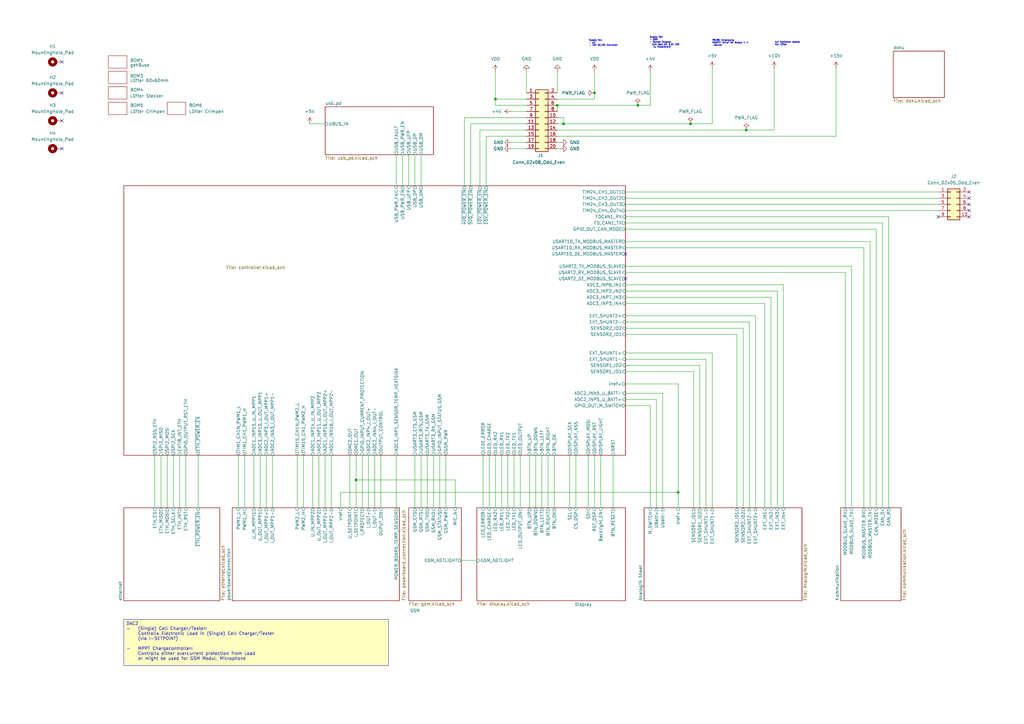
<source format=kicad_sch>
(kicad_sch
	(version 20231120)
	(generator "eeschema")
	(generator_version "8.0")
	(uuid "c727c9ac-c904-48c5-97eb-b572033b6df0")
	(paper "A3")
	(lib_symbols
		(symbol "Connector_Generic:Conn_02x05_Odd_Even"
			(pin_names
				(offset 1.016) hide)
			(exclude_from_sim no)
			(in_bom yes)
			(on_board yes)
			(property "Reference" "J"
				(at 1.27 7.62 0)
				(effects
					(font
						(size 1.27 1.27)
					)
				)
			)
			(property "Value" "Conn_02x05_Odd_Even"
				(at 1.27 -7.62 0)
				(effects
					(font
						(size 1.27 1.27)
					)
				)
			)
			(property "Footprint" ""
				(at 0 0 0)
				(effects
					(font
						(size 1.27 1.27)
					)
					(hide yes)
				)
			)
			(property "Datasheet" "~"
				(at 0 0 0)
				(effects
					(font
						(size 1.27 1.27)
					)
					(hide yes)
				)
			)
			(property "Description" "Generic connector, double row, 02x05, odd/even pin numbering scheme (row 1 odd numbers, row 2 even numbers), script generated (kicad-library-utils/schlib/autogen/connector/)"
				(at 0 0 0)
				(effects
					(font
						(size 1.27 1.27)
					)
					(hide yes)
				)
			)
			(property "ki_keywords" "connector"
				(at 0 0 0)
				(effects
					(font
						(size 1.27 1.27)
					)
					(hide yes)
				)
			)
			(property "ki_fp_filters" "Connector*:*_2x??_*"
				(at 0 0 0)
				(effects
					(font
						(size 1.27 1.27)
					)
					(hide yes)
				)
			)
			(symbol "Conn_02x05_Odd_Even_1_1"
				(rectangle
					(start -1.27 -4.953)
					(end 0 -5.207)
					(stroke
						(width 0.1524)
						(type default)
					)
					(fill
						(type none)
					)
				)
				(rectangle
					(start -1.27 -2.413)
					(end 0 -2.667)
					(stroke
						(width 0.1524)
						(type default)
					)
					(fill
						(type none)
					)
				)
				(rectangle
					(start -1.27 0.127)
					(end 0 -0.127)
					(stroke
						(width 0.1524)
						(type default)
					)
					(fill
						(type none)
					)
				)
				(rectangle
					(start -1.27 2.667)
					(end 0 2.413)
					(stroke
						(width 0.1524)
						(type default)
					)
					(fill
						(type none)
					)
				)
				(rectangle
					(start -1.27 5.207)
					(end 0 4.953)
					(stroke
						(width 0.1524)
						(type default)
					)
					(fill
						(type none)
					)
				)
				(rectangle
					(start -1.27 6.35)
					(end 3.81 -6.35)
					(stroke
						(width 0.254)
						(type default)
					)
					(fill
						(type background)
					)
				)
				(rectangle
					(start 3.81 -4.953)
					(end 2.54 -5.207)
					(stroke
						(width 0.1524)
						(type default)
					)
					(fill
						(type none)
					)
				)
				(rectangle
					(start 3.81 -2.413)
					(end 2.54 -2.667)
					(stroke
						(width 0.1524)
						(type default)
					)
					(fill
						(type none)
					)
				)
				(rectangle
					(start 3.81 0.127)
					(end 2.54 -0.127)
					(stroke
						(width 0.1524)
						(type default)
					)
					(fill
						(type none)
					)
				)
				(rectangle
					(start 3.81 2.667)
					(end 2.54 2.413)
					(stroke
						(width 0.1524)
						(type default)
					)
					(fill
						(type none)
					)
				)
				(rectangle
					(start 3.81 5.207)
					(end 2.54 4.953)
					(stroke
						(width 0.1524)
						(type default)
					)
					(fill
						(type none)
					)
				)
				(pin passive line
					(at -5.08 5.08 0)
					(length 3.81)
					(name "Pin_1"
						(effects
							(font
								(size 1.27 1.27)
							)
						)
					)
					(number "1"
						(effects
							(font
								(size 1.27 1.27)
							)
						)
					)
				)
				(pin passive line
					(at 7.62 -5.08 180)
					(length 3.81)
					(name "Pin_10"
						(effects
							(font
								(size 1.27 1.27)
							)
						)
					)
					(number "10"
						(effects
							(font
								(size 1.27 1.27)
							)
						)
					)
				)
				(pin passive line
					(at 7.62 5.08 180)
					(length 3.81)
					(name "Pin_2"
						(effects
							(font
								(size 1.27 1.27)
							)
						)
					)
					(number "2"
						(effects
							(font
								(size 1.27 1.27)
							)
						)
					)
				)
				(pin passive line
					(at -5.08 2.54 0)
					(length 3.81)
					(name "Pin_3"
						(effects
							(font
								(size 1.27 1.27)
							)
						)
					)
					(number "3"
						(effects
							(font
								(size 1.27 1.27)
							)
						)
					)
				)
				(pin passive line
					(at 7.62 2.54 180)
					(length 3.81)
					(name "Pin_4"
						(effects
							(font
								(size 1.27 1.27)
							)
						)
					)
					(number "4"
						(effects
							(font
								(size 1.27 1.27)
							)
						)
					)
				)
				(pin passive line
					(at -5.08 0 0)
					(length 3.81)
					(name "Pin_5"
						(effects
							(font
								(size 1.27 1.27)
							)
						)
					)
					(number "5"
						(effects
							(font
								(size 1.27 1.27)
							)
						)
					)
				)
				(pin passive line
					(at 7.62 0 180)
					(length 3.81)
					(name "Pin_6"
						(effects
							(font
								(size 1.27 1.27)
							)
						)
					)
					(number "6"
						(effects
							(font
								(size 1.27 1.27)
							)
						)
					)
				)
				(pin passive line
					(at -5.08 -2.54 0)
					(length 3.81)
					(name "Pin_7"
						(effects
							(font
								(size 1.27 1.27)
							)
						)
					)
					(number "7"
						(effects
							(font
								(size 1.27 1.27)
							)
						)
					)
				)
				(pin passive line
					(at 7.62 -2.54 180)
					(length 3.81)
					(name "Pin_8"
						(effects
							(font
								(size 1.27 1.27)
							)
						)
					)
					(number "8"
						(effects
							(font
								(size 1.27 1.27)
							)
						)
					)
				)
				(pin passive line
					(at -5.08 -5.08 0)
					(length 3.81)
					(name "Pin_9"
						(effects
							(font
								(size 1.27 1.27)
							)
						)
					)
					(number "9"
						(effects
							(font
								(size 1.27 1.27)
							)
						)
					)
				)
			)
		)
		(symbol "Connector_Generic:Conn_02x10_Odd_Even"
			(pin_names
				(offset 1.016) hide)
			(exclude_from_sim no)
			(in_bom yes)
			(on_board yes)
			(property "Reference" "J"
				(at 1.27 12.7 0)
				(effects
					(font
						(size 1.27 1.27)
					)
				)
			)
			(property "Value" "Conn_02x10_Odd_Even"
				(at 1.27 -15.24 0)
				(effects
					(font
						(size 1.27 1.27)
					)
				)
			)
			(property "Footprint" ""
				(at 0 0 0)
				(effects
					(font
						(size 1.27 1.27)
					)
					(hide yes)
				)
			)
			(property "Datasheet" "~"
				(at 0 0 0)
				(effects
					(font
						(size 1.27 1.27)
					)
					(hide yes)
				)
			)
			(property "Description" "Generic connector, double row, 02x10, odd/even pin numbering scheme (row 1 odd numbers, row 2 even numbers), script generated (kicad-library-utils/schlib/autogen/connector/)"
				(at 0 0 0)
				(effects
					(font
						(size 1.27 1.27)
					)
					(hide yes)
				)
			)
			(property "ki_keywords" "connector"
				(at 0 0 0)
				(effects
					(font
						(size 1.27 1.27)
					)
					(hide yes)
				)
			)
			(property "ki_fp_filters" "Connector*:*_2x??_*"
				(at 0 0 0)
				(effects
					(font
						(size 1.27 1.27)
					)
					(hide yes)
				)
			)
			(symbol "Conn_02x10_Odd_Even_1_1"
				(rectangle
					(start -1.27 -12.573)
					(end 0 -12.827)
					(stroke
						(width 0.1524)
						(type default)
					)
					(fill
						(type none)
					)
				)
				(rectangle
					(start -1.27 -10.033)
					(end 0 -10.287)
					(stroke
						(width 0.1524)
						(type default)
					)
					(fill
						(type none)
					)
				)
				(rectangle
					(start -1.27 -7.493)
					(end 0 -7.747)
					(stroke
						(width 0.1524)
						(type default)
					)
					(fill
						(type none)
					)
				)
				(rectangle
					(start -1.27 -4.953)
					(end 0 -5.207)
					(stroke
						(width 0.1524)
						(type default)
					)
					(fill
						(type none)
					)
				)
				(rectangle
					(start -1.27 -2.413)
					(end 0 -2.667)
					(stroke
						(width 0.1524)
						(type default)
					)
					(fill
						(type none)
					)
				)
				(rectangle
					(start -1.27 0.127)
					(end 0 -0.127)
					(stroke
						(width 0.1524)
						(type default)
					)
					(fill
						(type none)
					)
				)
				(rectangle
					(start -1.27 2.667)
					(end 0 2.413)
					(stroke
						(width 0.1524)
						(type default)
					)
					(fill
						(type none)
					)
				)
				(rectangle
					(start -1.27 5.207)
					(end 0 4.953)
					(stroke
						(width 0.1524)
						(type default)
					)
					(fill
						(type none)
					)
				)
				(rectangle
					(start -1.27 7.747)
					(end 0 7.493)
					(stroke
						(width 0.1524)
						(type default)
					)
					(fill
						(type none)
					)
				)
				(rectangle
					(start -1.27 10.287)
					(end 0 10.033)
					(stroke
						(width 0.1524)
						(type default)
					)
					(fill
						(type none)
					)
				)
				(rectangle
					(start -1.27 11.43)
					(end 3.81 -13.97)
					(stroke
						(width 0.254)
						(type default)
					)
					(fill
						(type background)
					)
				)
				(rectangle
					(start 3.81 -12.573)
					(end 2.54 -12.827)
					(stroke
						(width 0.1524)
						(type default)
					)
					(fill
						(type none)
					)
				)
				(rectangle
					(start 3.81 -10.033)
					(end 2.54 -10.287)
					(stroke
						(width 0.1524)
						(type default)
					)
					(fill
						(type none)
					)
				)
				(rectangle
					(start 3.81 -7.493)
					(end 2.54 -7.747)
					(stroke
						(width 0.1524)
						(type default)
					)
					(fill
						(type none)
					)
				)
				(rectangle
					(start 3.81 -4.953)
					(end 2.54 -5.207)
					(stroke
						(width 0.1524)
						(type default)
					)
					(fill
						(type none)
					)
				)
				(rectangle
					(start 3.81 -2.413)
					(end 2.54 -2.667)
					(stroke
						(width 0.1524)
						(type default)
					)
					(fill
						(type none)
					)
				)
				(rectangle
					(start 3.81 0.127)
					(end 2.54 -0.127)
					(stroke
						(width 0.1524)
						(type default)
					)
					(fill
						(type none)
					)
				)
				(rectangle
					(start 3.81 2.667)
					(end 2.54 2.413)
					(stroke
						(width 0.1524)
						(type default)
					)
					(fill
						(type none)
					)
				)
				(rectangle
					(start 3.81 5.207)
					(end 2.54 4.953)
					(stroke
						(width 0.1524)
						(type default)
					)
					(fill
						(type none)
					)
				)
				(rectangle
					(start 3.81 7.747)
					(end 2.54 7.493)
					(stroke
						(width 0.1524)
						(type default)
					)
					(fill
						(type none)
					)
				)
				(rectangle
					(start 3.81 10.287)
					(end 2.54 10.033)
					(stroke
						(width 0.1524)
						(type default)
					)
					(fill
						(type none)
					)
				)
				(pin passive line
					(at -5.08 10.16 0)
					(length 3.81)
					(name "Pin_1"
						(effects
							(font
								(size 1.27 1.27)
							)
						)
					)
					(number "1"
						(effects
							(font
								(size 1.27 1.27)
							)
						)
					)
				)
				(pin passive line
					(at 7.62 0 180)
					(length 3.81)
					(name "Pin_10"
						(effects
							(font
								(size 1.27 1.27)
							)
						)
					)
					(number "10"
						(effects
							(font
								(size 1.27 1.27)
							)
						)
					)
				)
				(pin passive line
					(at -5.08 -2.54 0)
					(length 3.81)
					(name "Pin_11"
						(effects
							(font
								(size 1.27 1.27)
							)
						)
					)
					(number "11"
						(effects
							(font
								(size 1.27 1.27)
							)
						)
					)
				)
				(pin passive line
					(at 7.62 -2.54 180)
					(length 3.81)
					(name "Pin_12"
						(effects
							(font
								(size 1.27 1.27)
							)
						)
					)
					(number "12"
						(effects
							(font
								(size 1.27 1.27)
							)
						)
					)
				)
				(pin passive line
					(at -5.08 -5.08 0)
					(length 3.81)
					(name "Pin_13"
						(effects
							(font
								(size 1.27 1.27)
							)
						)
					)
					(number "13"
						(effects
							(font
								(size 1.27 1.27)
							)
						)
					)
				)
				(pin passive line
					(at 7.62 -5.08 180)
					(length 3.81)
					(name "Pin_14"
						(effects
							(font
								(size 1.27 1.27)
							)
						)
					)
					(number "14"
						(effects
							(font
								(size 1.27 1.27)
							)
						)
					)
				)
				(pin passive line
					(at -5.08 -7.62 0)
					(length 3.81)
					(name "Pin_15"
						(effects
							(font
								(size 1.27 1.27)
							)
						)
					)
					(number "15"
						(effects
							(font
								(size 1.27 1.27)
							)
						)
					)
				)
				(pin passive line
					(at 7.62 -7.62 180)
					(length 3.81)
					(name "Pin_16"
						(effects
							(font
								(size 1.27 1.27)
							)
						)
					)
					(number "16"
						(effects
							(font
								(size 1.27 1.27)
							)
						)
					)
				)
				(pin passive line
					(at -5.08 -10.16 0)
					(length 3.81)
					(name "Pin_17"
						(effects
							(font
								(size 1.27 1.27)
							)
						)
					)
					(number "17"
						(effects
							(font
								(size 1.27 1.27)
							)
						)
					)
				)
				(pin passive line
					(at 7.62 -10.16 180)
					(length 3.81)
					(name "Pin_18"
						(effects
							(font
								(size 1.27 1.27)
							)
						)
					)
					(number "18"
						(effects
							(font
								(size 1.27 1.27)
							)
						)
					)
				)
				(pin passive line
					(at -5.08 -12.7 0)
					(length 3.81)
					(name "Pin_19"
						(effects
							(font
								(size 1.27 1.27)
							)
						)
					)
					(number "19"
						(effects
							(font
								(size 1.27 1.27)
							)
						)
					)
				)
				(pin passive line
					(at 7.62 10.16 180)
					(length 3.81)
					(name "Pin_2"
						(effects
							(font
								(size 1.27 1.27)
							)
						)
					)
					(number "2"
						(effects
							(font
								(size 1.27 1.27)
							)
						)
					)
				)
				(pin passive line
					(at 7.62 -12.7 180)
					(length 3.81)
					(name "Pin_20"
						(effects
							(font
								(size 1.27 1.27)
							)
						)
					)
					(number "20"
						(effects
							(font
								(size 1.27 1.27)
							)
						)
					)
				)
				(pin passive line
					(at -5.08 7.62 0)
					(length 3.81)
					(name "Pin_3"
						(effects
							(font
								(size 1.27 1.27)
							)
						)
					)
					(number "3"
						(effects
							(font
								(size 1.27 1.27)
							)
						)
					)
				)
				(pin passive line
					(at 7.62 7.62 180)
					(length 3.81)
					(name "Pin_4"
						(effects
							(font
								(size 1.27 1.27)
							)
						)
					)
					(number "4"
						(effects
							(font
								(size 1.27 1.27)
							)
						)
					)
				)
				(pin passive line
					(at -5.08 5.08 0)
					(length 3.81)
					(name "Pin_5"
						(effects
							(font
								(size 1.27 1.27)
							)
						)
					)
					(number "5"
						(effects
							(font
								(size 1.27 1.27)
							)
						)
					)
				)
				(pin passive line
					(at 7.62 5.08 180)
					(length 3.81)
					(name "Pin_6"
						(effects
							(font
								(size 1.27 1.27)
							)
						)
					)
					(number "6"
						(effects
							(font
								(size 1.27 1.27)
							)
						)
					)
				)
				(pin passive line
					(at -5.08 2.54 0)
					(length 3.81)
					(name "Pin_7"
						(effects
							(font
								(size 1.27 1.27)
							)
						)
					)
					(number "7"
						(effects
							(font
								(size 1.27 1.27)
							)
						)
					)
				)
				(pin passive line
					(at 7.62 2.54 180)
					(length 3.81)
					(name "Pin_8"
						(effects
							(font
								(size 1.27 1.27)
							)
						)
					)
					(number "8"
						(effects
							(font
								(size 1.27 1.27)
							)
						)
					)
				)
				(pin passive line
					(at -5.08 0 0)
					(length 3.81)
					(name "Pin_9"
						(effects
							(font
								(size 1.27 1.27)
							)
						)
					)
					(number "9"
						(effects
							(font
								(size 1.27 1.27)
							)
						)
					)
				)
			)
		)
		(symbol "Mechanical:MountingHole_Pad"
			(pin_numbers hide)
			(pin_names
				(offset 1.016) hide)
			(exclude_from_sim yes)
			(in_bom no)
			(on_board yes)
			(property "Reference" "H"
				(at 0 6.35 0)
				(effects
					(font
						(size 1.27 1.27)
					)
				)
			)
			(property "Value" "MountingHole_Pad"
				(at 0 4.445 0)
				(effects
					(font
						(size 1.27 1.27)
					)
				)
			)
			(property "Footprint" ""
				(at 0 0 0)
				(effects
					(font
						(size 1.27 1.27)
					)
					(hide yes)
				)
			)
			(property "Datasheet" "~"
				(at 0 0 0)
				(effects
					(font
						(size 1.27 1.27)
					)
					(hide yes)
				)
			)
			(property "Description" "Mounting Hole with connection"
				(at 0 0 0)
				(effects
					(font
						(size 1.27 1.27)
					)
					(hide yes)
				)
			)
			(property "ki_keywords" "mounting hole"
				(at 0 0 0)
				(effects
					(font
						(size 1.27 1.27)
					)
					(hide yes)
				)
			)
			(property "ki_fp_filters" "MountingHole*Pad*"
				(at 0 0 0)
				(effects
					(font
						(size 1.27 1.27)
					)
					(hide yes)
				)
			)
			(symbol "MountingHole_Pad_0_1"
				(circle
					(center 0 1.27)
					(radius 1.27)
					(stroke
						(width 1.27)
						(type default)
					)
					(fill
						(type none)
					)
				)
			)
			(symbol "MountingHole_Pad_1_1"
				(pin input line
					(at 0 -2.54 90)
					(length 2.54)
					(name "1"
						(effects
							(font
								(size 1.27 1.27)
							)
						)
					)
					(number "1"
						(effects
							(font
								(size 1.27 1.27)
							)
						)
					)
				)
			)
		)
		(symbol "myBOM_Part:BOM-Part"
			(pin_numbers hide)
			(pin_names
				(offset 0) hide)
			(exclude_from_sim no)
			(in_bom yes)
			(on_board no)
			(property "Reference" "BOM"
				(at 0 0 0)
				(effects
					(font
						(size 1.27 1.27)
					)
				)
			)
			(property "Value" ""
				(at 0 0 0)
				(effects
					(font
						(size 1.27 1.27)
					)
				)
			)
			(property "Footprint" "myDummy:BOM-Dummy"
				(at 0 0 0)
				(effects
					(font
						(size 1.27 1.27)
					)
					(hide yes)
				)
			)
			(property "Datasheet" ""
				(at 0 0 0)
				(effects
					(font
						(size 1.27 1.27)
					)
					(hide yes)
				)
			)
			(property "Description" ""
				(at 0 0 0)
				(effects
					(font
						(size 1.27 1.27)
					)
					(hide yes)
				)
			)
			(symbol "BOM-Part_0_1"
				(rectangle
					(start -3.81 2.54)
					(end 3.81 -2.54)
					(stroke
						(width 0)
						(type default)
					)
					(fill
						(type none)
					)
				)
			)
		)
		(symbol "power:+10V"
			(power)
			(pin_numbers hide)
			(pin_names
				(offset 0) hide)
			(exclude_from_sim no)
			(in_bom yes)
			(on_board yes)
			(property "Reference" "#PWR"
				(at 0 -3.81 0)
				(effects
					(font
						(size 1.27 1.27)
					)
					(hide yes)
				)
			)
			(property "Value" "+10V"
				(at 0 3.556 0)
				(effects
					(font
						(size 1.27 1.27)
					)
				)
			)
			(property "Footprint" ""
				(at 0 0 0)
				(effects
					(font
						(size 1.27 1.27)
					)
					(hide yes)
				)
			)
			(property "Datasheet" ""
				(at 0 0 0)
				(effects
					(font
						(size 1.27 1.27)
					)
					(hide yes)
				)
			)
			(property "Description" "Power symbol creates a global label with name \"+10V\""
				(at 0 0 0)
				(effects
					(font
						(size 1.27 1.27)
					)
					(hide yes)
				)
			)
			(property "ki_keywords" "global power"
				(at 0 0 0)
				(effects
					(font
						(size 1.27 1.27)
					)
					(hide yes)
				)
			)
			(symbol "+10V_0_1"
				(polyline
					(pts
						(xy -0.762 1.27) (xy 0 2.54)
					)
					(stroke
						(width 0)
						(type default)
					)
					(fill
						(type none)
					)
				)
				(polyline
					(pts
						(xy 0 0) (xy 0 2.54)
					)
					(stroke
						(width 0)
						(type default)
					)
					(fill
						(type none)
					)
				)
				(polyline
					(pts
						(xy 0 2.54) (xy 0.762 1.27)
					)
					(stroke
						(width 0)
						(type default)
					)
					(fill
						(type none)
					)
				)
			)
			(symbol "+10V_1_1"
				(pin power_in line
					(at 0 0 90)
					(length 0)
					(name "~"
						(effects
							(font
								(size 1.27 1.27)
							)
						)
					)
					(number "1"
						(effects
							(font
								(size 1.27 1.27)
							)
						)
					)
				)
			)
		)
		(symbol "power:+15V"
			(power)
			(pin_numbers hide)
			(pin_names
				(offset 0) hide)
			(exclude_from_sim no)
			(in_bom yes)
			(on_board yes)
			(property "Reference" "#PWR"
				(at 0 -3.81 0)
				(effects
					(font
						(size 1.27 1.27)
					)
					(hide yes)
				)
			)
			(property "Value" "+15V"
				(at 0 3.556 0)
				(effects
					(font
						(size 1.27 1.27)
					)
				)
			)
			(property "Footprint" ""
				(at 0 0 0)
				(effects
					(font
						(size 1.27 1.27)
					)
					(hide yes)
				)
			)
			(property "Datasheet" ""
				(at 0 0 0)
				(effects
					(font
						(size 1.27 1.27)
					)
					(hide yes)
				)
			)
			(property "Description" "Power symbol creates a global label with name \"+15V\""
				(at 0 0 0)
				(effects
					(font
						(size 1.27 1.27)
					)
					(hide yes)
				)
			)
			(property "ki_keywords" "global power"
				(at 0 0 0)
				(effects
					(font
						(size 1.27 1.27)
					)
					(hide yes)
				)
			)
			(symbol "+15V_0_1"
				(polyline
					(pts
						(xy -0.762 1.27) (xy 0 2.54)
					)
					(stroke
						(width 0)
						(type default)
					)
					(fill
						(type none)
					)
				)
				(polyline
					(pts
						(xy 0 0) (xy 0 2.54)
					)
					(stroke
						(width 0)
						(type default)
					)
					(fill
						(type none)
					)
				)
				(polyline
					(pts
						(xy 0 2.54) (xy 0.762 1.27)
					)
					(stroke
						(width 0)
						(type default)
					)
					(fill
						(type none)
					)
				)
			)
			(symbol "+15V_1_1"
				(pin power_in line
					(at 0 0 90)
					(length 0)
					(name "~"
						(effects
							(font
								(size 1.27 1.27)
							)
						)
					)
					(number "1"
						(effects
							(font
								(size 1.27 1.27)
							)
						)
					)
				)
			)
		)
		(symbol "power:+4V"
			(power)
			(pin_numbers hide)
			(pin_names
				(offset 0) hide)
			(exclude_from_sim no)
			(in_bom yes)
			(on_board yes)
			(property "Reference" "#PWR"
				(at 0 -3.81 0)
				(effects
					(font
						(size 1.27 1.27)
					)
					(hide yes)
				)
			)
			(property "Value" "+4V"
				(at 0 3.556 0)
				(effects
					(font
						(size 1.27 1.27)
					)
				)
			)
			(property "Footprint" ""
				(at 0 0 0)
				(effects
					(font
						(size 1.27 1.27)
					)
					(hide yes)
				)
			)
			(property "Datasheet" ""
				(at 0 0 0)
				(effects
					(font
						(size 1.27 1.27)
					)
					(hide yes)
				)
			)
			(property "Description" "Power symbol creates a global label with name \"+4V\""
				(at 0 0 0)
				(effects
					(font
						(size 1.27 1.27)
					)
					(hide yes)
				)
			)
			(property "ki_keywords" "global power"
				(at 0 0 0)
				(effects
					(font
						(size 1.27 1.27)
					)
					(hide yes)
				)
			)
			(symbol "+4V_0_1"
				(polyline
					(pts
						(xy -0.762 1.27) (xy 0 2.54)
					)
					(stroke
						(width 0)
						(type default)
					)
					(fill
						(type none)
					)
				)
				(polyline
					(pts
						(xy 0 0) (xy 0 2.54)
					)
					(stroke
						(width 0)
						(type default)
					)
					(fill
						(type none)
					)
				)
				(polyline
					(pts
						(xy 0 2.54) (xy 0.762 1.27)
					)
					(stroke
						(width 0)
						(type default)
					)
					(fill
						(type none)
					)
				)
			)
			(symbol "+4V_1_1"
				(pin power_in line
					(at 0 0 90)
					(length 0)
					(name "~"
						(effects
							(font
								(size 1.27 1.27)
							)
						)
					)
					(number "1"
						(effects
							(font
								(size 1.27 1.27)
							)
						)
					)
				)
			)
		)
		(symbol "power:+5V"
			(power)
			(pin_numbers hide)
			(pin_names
				(offset 0) hide)
			(exclude_from_sim no)
			(in_bom yes)
			(on_board yes)
			(property "Reference" "#PWR"
				(at 0 -3.81 0)
				(effects
					(font
						(size 1.27 1.27)
					)
					(hide yes)
				)
			)
			(property "Value" "+5V"
				(at 0 3.556 0)
				(effects
					(font
						(size 1.27 1.27)
					)
				)
			)
			(property "Footprint" ""
				(at 0 0 0)
				(effects
					(font
						(size 1.27 1.27)
					)
					(hide yes)
				)
			)
			(property "Datasheet" ""
				(at 0 0 0)
				(effects
					(font
						(size 1.27 1.27)
					)
					(hide yes)
				)
			)
			(property "Description" "Power symbol creates a global label with name \"+5V\""
				(at 0 0 0)
				(effects
					(font
						(size 1.27 1.27)
					)
					(hide yes)
				)
			)
			(property "ki_keywords" "global power"
				(at 0 0 0)
				(effects
					(font
						(size 1.27 1.27)
					)
					(hide yes)
				)
			)
			(symbol "+5V_0_1"
				(polyline
					(pts
						(xy -0.762 1.27) (xy 0 2.54)
					)
					(stroke
						(width 0)
						(type default)
					)
					(fill
						(type none)
					)
				)
				(polyline
					(pts
						(xy 0 0) (xy 0 2.54)
					)
					(stroke
						(width 0)
						(type default)
					)
					(fill
						(type none)
					)
				)
				(polyline
					(pts
						(xy 0 2.54) (xy 0.762 1.27)
					)
					(stroke
						(width 0)
						(type default)
					)
					(fill
						(type none)
					)
				)
			)
			(symbol "+5V_1_1"
				(pin power_in line
					(at 0 0 90)
					(length 0)
					(name "~"
						(effects
							(font
								(size 1.27 1.27)
							)
						)
					)
					(number "1"
						(effects
							(font
								(size 1.27 1.27)
							)
						)
					)
				)
			)
		)
		(symbol "power:GND"
			(power)
			(pin_numbers hide)
			(pin_names
				(offset 0) hide)
			(exclude_from_sim no)
			(in_bom yes)
			(on_board yes)
			(property "Reference" "#PWR"
				(at 0 -6.35 0)
				(effects
					(font
						(size 1.27 1.27)
					)
					(hide yes)
				)
			)
			(property "Value" "GND"
				(at 0 -3.81 0)
				(effects
					(font
						(size 1.27 1.27)
					)
				)
			)
			(property "Footprint" ""
				(at 0 0 0)
				(effects
					(font
						(size 1.27 1.27)
					)
					(hide yes)
				)
			)
			(property "Datasheet" ""
				(at 0 0 0)
				(effects
					(font
						(size 1.27 1.27)
					)
					(hide yes)
				)
			)
			(property "Description" "Power symbol creates a global label with name \"GND\" , ground"
				(at 0 0 0)
				(effects
					(font
						(size 1.27 1.27)
					)
					(hide yes)
				)
			)
			(property "ki_keywords" "global power"
				(at 0 0 0)
				(effects
					(font
						(size 1.27 1.27)
					)
					(hide yes)
				)
			)
			(symbol "GND_0_1"
				(polyline
					(pts
						(xy 0 0) (xy 0 -1.27) (xy 1.27 -1.27) (xy 0 -2.54) (xy -1.27 -1.27) (xy 0 -1.27)
					)
					(stroke
						(width 0)
						(type default)
					)
					(fill
						(type none)
					)
				)
			)
			(symbol "GND_1_1"
				(pin power_in line
					(at 0 0 270)
					(length 0)
					(name "~"
						(effects
							(font
								(size 1.27 1.27)
							)
						)
					)
					(number "1"
						(effects
							(font
								(size 1.27 1.27)
							)
						)
					)
				)
			)
		)
		(symbol "power:PWR_FLAG"
			(power)
			(pin_numbers hide)
			(pin_names
				(offset 0) hide)
			(exclude_from_sim no)
			(in_bom yes)
			(on_board yes)
			(property "Reference" "#FLG"
				(at 0 1.905 0)
				(effects
					(font
						(size 1.27 1.27)
					)
					(hide yes)
				)
			)
			(property "Value" "PWR_FLAG"
				(at 0 3.81 0)
				(effects
					(font
						(size 1.27 1.27)
					)
				)
			)
			(property "Footprint" ""
				(at 0 0 0)
				(effects
					(font
						(size 1.27 1.27)
					)
					(hide yes)
				)
			)
			(property "Datasheet" "~"
				(at 0 0 0)
				(effects
					(font
						(size 1.27 1.27)
					)
					(hide yes)
				)
			)
			(property "Description" "Special symbol for telling ERC where power comes from"
				(at 0 0 0)
				(effects
					(font
						(size 1.27 1.27)
					)
					(hide yes)
				)
			)
			(property "ki_keywords" "flag power"
				(at 0 0 0)
				(effects
					(font
						(size 1.27 1.27)
					)
					(hide yes)
				)
			)
			(symbol "PWR_FLAG_0_0"
				(pin power_out line
					(at 0 0 90)
					(length 0)
					(name "~"
						(effects
							(font
								(size 1.27 1.27)
							)
						)
					)
					(number "1"
						(effects
							(font
								(size 1.27 1.27)
							)
						)
					)
				)
			)
			(symbol "PWR_FLAG_0_1"
				(polyline
					(pts
						(xy 0 0) (xy 0 1.27) (xy -1.016 1.905) (xy 0 2.54) (xy 1.016 1.905) (xy 0 1.27)
					)
					(stroke
						(width 0)
						(type default)
					)
					(fill
						(type none)
					)
				)
			)
		)
		(symbol "power:VDD"
			(power)
			(pin_numbers hide)
			(pin_names
				(offset 0) hide)
			(exclude_from_sim no)
			(in_bom yes)
			(on_board yes)
			(property "Reference" "#PWR"
				(at 0 -3.81 0)
				(effects
					(font
						(size 1.27 1.27)
					)
					(hide yes)
				)
			)
			(property "Value" "VDD"
				(at 0 3.556 0)
				(effects
					(font
						(size 1.27 1.27)
					)
				)
			)
			(property "Footprint" ""
				(at 0 0 0)
				(effects
					(font
						(size 1.27 1.27)
					)
					(hide yes)
				)
			)
			(property "Datasheet" ""
				(at 0 0 0)
				(effects
					(font
						(size 1.27 1.27)
					)
					(hide yes)
				)
			)
			(property "Description" "Power symbol creates a global label with name \"VDD\""
				(at 0 0 0)
				(effects
					(font
						(size 1.27 1.27)
					)
					(hide yes)
				)
			)
			(property "ki_keywords" "global power"
				(at 0 0 0)
				(effects
					(font
						(size 1.27 1.27)
					)
					(hide yes)
				)
			)
			(symbol "VDD_0_1"
				(polyline
					(pts
						(xy -0.762 1.27) (xy 0 2.54)
					)
					(stroke
						(width 0)
						(type default)
					)
					(fill
						(type none)
					)
				)
				(polyline
					(pts
						(xy 0 0) (xy 0 2.54)
					)
					(stroke
						(width 0)
						(type default)
					)
					(fill
						(type none)
					)
				)
				(polyline
					(pts
						(xy 0 2.54) (xy 0.762 1.27)
					)
					(stroke
						(width 0)
						(type default)
					)
					(fill
						(type none)
					)
				)
			)
			(symbol "VDD_1_1"
				(pin power_in line
					(at 0 0 90)
					(length 0)
					(name "~"
						(effects
							(font
								(size 1.27 1.27)
							)
						)
					)
					(number "1"
						(effects
							(font
								(size 1.27 1.27)
							)
						)
					)
				)
			)
		)
	)
	(junction
		(at 243.84 38.1)
		(diameter 0)
		(color 0 0 0 0)
		(uuid "1440d501-d7e3-49ba-8a34-5c571e1c3938")
	)
	(junction
		(at 146.05 196.85)
		(diameter 0)
		(color 0 0 0 0)
		(uuid "29b29d33-80dc-4991-959f-002592d20656")
	)
	(junction
		(at 228.6 43.18)
		(diameter 0)
		(color 0 0 0 0)
		(uuid "8744acc0-27cc-4b96-bb3c-be3af606fbec")
	)
	(junction
		(at 231.14 50.8)
		(diameter 0)
		(color 0 0 0 0)
		(uuid "8fcaee3d-6aef-45ef-989e-95a1d41465ca")
	)
	(junction
		(at 261.62 43.18)
		(diameter 0)
		(color 0 0 0 0)
		(uuid "a1facf37-8115-42dc-a12b-52df6711f426")
	)
	(junction
		(at 283.21 50.8)
		(diameter 0)
		(color 0 0 0 0)
		(uuid "a69970da-362e-40bd-8881-145b5c9bcd7a")
	)
	(junction
		(at 203.2 40.64)
		(diameter 0)
		(color 0 0 0 0)
		(uuid "b362d1a4-3515-4224-ab30-a7a7703e6666")
	)
	(junction
		(at 278.13 201.93)
		(diameter 0)
		(color 0 0 0 0)
		(uuid "bb697d00-3467-4d03-a18b-63d51009b359")
	)
	(junction
		(at 306.07 53.34)
		(diameter 0)
		(color 0 0 0 0)
		(uuid "cf62749c-e872-4852-bf98-1e4069829a35")
	)
	(no_connect
		(at 25.4 25.4)
		(uuid "094ef8a9-43c7-428b-ae9e-45004daf2725")
	)
	(no_connect
		(at 256.54 114.3)
		(uuid "34263a0d-9f47-4852-aac0-3eabe263f403")
	)
	(no_connect
		(at 397.51 81.28)
		(uuid "47cd6d2f-f63e-4122-bcd8-6516684ca900")
	)
	(no_connect
		(at 384.81 88.9)
		(uuid "5943b70c-97e9-46e8-8e67-aae20112e79f")
	)
	(no_connect
		(at 25.4 38.1)
		(uuid "8aae118f-1cff-4835-94bc-fa4412d6282b")
	)
	(no_connect
		(at 25.4 49.53)
		(uuid "96900b9c-7fea-410a-80e7-76cfecd90a3f")
	)
	(no_connect
		(at 25.4 60.96)
		(uuid "ad3bfbe6-2454-452b-9d72-de30647ce84c")
	)
	(no_connect
		(at 397.51 83.82)
		(uuid "d0b13049-6d72-4970-8f44-6f854a55a082")
	)
	(no_connect
		(at 397.51 78.74)
		(uuid "d96e61f6-528e-4560-ba60-0f1d631453a4")
	)
	(no_connect
		(at 256.54 104.14)
		(uuid "e92c5b21-618b-4bfe-bec4-c5d95b58386c")
	)
	(no_connect
		(at 397.51 88.9)
		(uuid "eea5b011-baec-4c62-ad2e-42a9cfc6e458")
	)
	(no_connect
		(at 397.51 86.36)
		(uuid "f2e75017-fc4d-4588-9c44-65af9dff2a24")
	)
	(wire
		(pts
			(xy 243.84 186.69) (xy 243.84 208.28)
		)
		(stroke
			(width 0)
			(type default)
		)
		(uuid "0173e106-5806-4aa4-9a86-0c2da6936cb7")
	)
	(wire
		(pts
			(xy 203.2 186.69) (xy 203.2 208.28)
		)
		(stroke
			(width 0)
			(type default)
		)
		(uuid "01f49e38-d1a7-4adc-b980-9e84f9ea55fa")
	)
	(wire
		(pts
			(xy 156.21 186.69) (xy 156.21 208.28)
		)
		(stroke
			(width 0)
			(type default)
		)
		(uuid "07396d27-c869-46fc-b97e-481d47878f09")
	)
	(wire
		(pts
			(xy 68.58 186.69) (xy 68.58 208.28)
		)
		(stroke
			(width 0)
			(type default)
		)
		(uuid "07b03f5f-133b-4c14-8624-4cb3951e4d50")
	)
	(wire
		(pts
			(xy 306.07 53.34) (xy 317.5 53.34)
		)
		(stroke
			(width 0)
			(type default)
		)
		(uuid "0ad463db-7d22-4e65-a7ab-15c241364bbc")
	)
	(wire
		(pts
			(xy 100.33 186.69) (xy 100.33 208.28)
		)
		(stroke
			(width 0)
			(type default)
		)
		(uuid "0ad8c2ea-0cd5-40ca-bf93-a6fbf97d89fb")
	)
	(wire
		(pts
			(xy 217.17 186.69) (xy 217.17 208.28)
		)
		(stroke
			(width 0)
			(type default)
		)
		(uuid "0d18af18-b1a5-479c-82ca-2b02268ae616")
	)
	(wire
		(pts
			(xy 124.46 186.69) (xy 124.46 208.28)
		)
		(stroke
			(width 0)
			(type default)
		)
		(uuid "0d8bd4b1-38be-4141-8b81-f22eed101491")
	)
	(wire
		(pts
			(xy 269.24 163.83) (xy 269.24 208.28)
		)
		(stroke
			(width 0)
			(type default)
		)
		(uuid "0e81050a-7a2a-4350-89c1-a1697dda4bbe")
	)
	(wire
		(pts
			(xy 246.38 186.69) (xy 246.38 208.28)
		)
		(stroke
			(width 0)
			(type default)
		)
		(uuid "112d6ab4-0106-4b01-a0bc-12facf0b4c1e")
	)
	(wire
		(pts
			(xy 349.25 109.22) (xy 349.25 208.28)
		)
		(stroke
			(width 0)
			(type default)
		)
		(uuid "12577953-8417-4299-8f0c-c7bacb8ccecd")
	)
	(wire
		(pts
			(xy 228.6 53.34) (xy 306.07 53.34)
		)
		(stroke
			(width 0)
			(type default)
		)
		(uuid "1278f696-19c3-424e-8edf-0c91228c0090")
	)
	(wire
		(pts
			(xy 228.6 48.26) (xy 231.14 48.26)
		)
		(stroke
			(width 0)
			(type default)
		)
		(uuid "17076b0f-e70d-4e55-b57f-77b14faea807")
	)
	(wire
		(pts
			(xy 193.04 50.8) (xy 193.04 76.2)
		)
		(stroke
			(width 0)
			(type default)
		)
		(uuid "20660020-83d9-41e6-931f-1aaa1d5de4ff")
	)
	(wire
		(pts
			(xy 196.85 53.34) (xy 196.85 76.2)
		)
		(stroke
			(width 0)
			(type default)
		)
		(uuid "228eb651-6b97-407b-9785-bf86cb28720f")
	)
	(wire
		(pts
			(xy 111.76 186.69) (xy 111.76 208.28)
		)
		(stroke
			(width 0)
			(type default)
		)
		(uuid "22e91a8f-c474-45d3-b7d4-341632927e44")
	)
	(wire
		(pts
			(xy 228.6 60.96) (xy 229.87 60.96)
		)
		(stroke
			(width 0)
			(type default)
		)
		(uuid "2310585b-a35f-4065-ae53-64100719a5cf")
	)
	(wire
		(pts
			(xy 364.49 88.9) (xy 256.54 88.9)
		)
		(stroke
			(width 0)
			(type default)
		)
		(uuid "241c74af-2066-4c49-8d1e-e175f56fe66f")
	)
	(wire
		(pts
			(xy 219.71 186.69) (xy 219.71 208.28)
		)
		(stroke
			(width 0)
			(type default)
		)
		(uuid "24a3f5ab-3f23-4fce-91e8-44f99f85fbba")
	)
	(wire
		(pts
			(xy 356.87 99.06) (xy 256.54 99.06)
		)
		(stroke
			(width 0)
			(type default)
		)
		(uuid "261ae10a-5851-4ccd-8810-6c8813cd227d")
	)
	(wire
		(pts
			(xy 278.13 157.48) (xy 256.54 157.48)
		)
		(stroke
			(width 0)
			(type default)
		)
		(uuid "27f9b2a2-aa7e-4882-97db-55a844e059bc")
	)
	(wire
		(pts
			(xy 109.22 186.69) (xy 109.22 208.28)
		)
		(stroke
			(width 0)
			(type default)
		)
		(uuid "28b3030f-5c26-4c4f-9558-b64bfdc08e60")
	)
	(wire
		(pts
			(xy 121.92 186.69) (xy 121.92 208.28)
		)
		(stroke
			(width 0)
			(type default)
		)
		(uuid "2aeca4a3-9f3b-42e9-a573-e80b6868a0e2")
	)
	(wire
		(pts
			(xy 175.26 186.69) (xy 175.26 208.28)
		)
		(stroke
			(width 0)
			(type default)
		)
		(uuid "2c7d9eff-976c-4d6c-ac08-3d6afc4f0c02")
	)
	(wire
		(pts
			(xy 228.6 55.88) (xy 342.9 55.88)
		)
		(stroke
			(width 0)
			(type default)
		)
		(uuid "2d325263-f947-4467-a01d-9160a4fc896f")
	)
	(wire
		(pts
			(xy 256.54 144.78) (xy 292.1 144.78)
		)
		(stroke
			(width 0)
			(type default)
		)
		(uuid "2fb8a619-8caf-46ab-97a8-7f828661af3f")
	)
	(wire
		(pts
			(xy 256.54 119.38) (xy 318.77 119.38)
		)
		(stroke
			(width 0)
			(type default)
		)
		(uuid "2fd2a103-0b85-4003-9384-4480d5fbbe8a")
	)
	(wire
		(pts
			(xy 354.33 101.6) (xy 256.54 101.6)
		)
		(stroke
			(width 0)
			(type default)
		)
		(uuid "3127bdc3-e605-4c9d-a157-ef39ea93f87a")
	)
	(wire
		(pts
			(xy 256.54 149.86) (xy 287.02 149.86)
		)
		(stroke
			(width 0)
			(type default)
		)
		(uuid "327f983b-2cb6-4229-a6ce-68a8ef2ae737")
	)
	(wire
		(pts
			(xy 256.54 111.76) (xy 346.71 111.76)
		)
		(stroke
			(width 0)
			(type default)
		)
		(uuid "337168a8-6b1a-4334-9df8-a0a1d1ed54b9")
	)
	(wire
		(pts
			(xy 148.59 186.69) (xy 148.59 208.28)
		)
		(stroke
			(width 0)
			(type default)
		)
		(uuid "35d706a9-f744-4178-98d8-75ed9b1686b2")
	)
	(wire
		(pts
			(xy 228.6 43.18) (xy 228.6 45.72)
		)
		(stroke
			(width 0)
			(type default)
		)
		(uuid "35ef0bd6-da77-441b-9964-6722b02680d2")
	)
	(wire
		(pts
			(xy 170.18 186.69) (xy 170.18 208.28)
		)
		(stroke
			(width 0)
			(type default)
		)
		(uuid "36cd6de3-e4c5-4015-bcb7-1c259b057500")
	)
	(wire
		(pts
			(xy 200.66 186.69) (xy 200.66 208.28)
		)
		(stroke
			(width 0)
			(type default)
		)
		(uuid "37d4b0ec-7910-42c3-852b-2babb83c1e15")
	)
	(wire
		(pts
			(xy 128.27 186.69) (xy 128.27 208.28)
		)
		(stroke
			(width 0)
			(type default)
		)
		(uuid "3a02e49e-3c89-4cde-886c-1af7a3c2cbe9")
	)
	(wire
		(pts
			(xy 182.88 186.69) (xy 182.88 208.28)
		)
		(stroke
			(width 0)
			(type default)
		)
		(uuid "3d0484db-2ff4-49e6-9465-d773579b4ef0")
	)
	(wire
		(pts
			(xy 146.05 186.69) (xy 146.05 196.85)
		)
		(stroke
			(width 0)
			(type default)
		)
		(uuid "3d5bd7d5-0def-4578-9e53-c5e840e6fa0c")
	)
	(wire
		(pts
			(xy 256.54 121.92) (xy 316.23 121.92)
		)
		(stroke
			(width 0)
			(type default)
		)
		(uuid "3f03f2cf-5518-42bc-8826-61e7d159c5d3")
	)
	(wire
		(pts
			(xy 172.72 63.5) (xy 172.72 76.2)
		)
		(stroke
			(width 0)
			(type default)
		)
		(uuid "4022d973-20e3-4de9-9155-b3e5136abfa6")
	)
	(wire
		(pts
			(xy 359.41 93.98) (xy 359.41 208.28)
		)
		(stroke
			(width 0)
			(type default)
		)
		(uuid "40887a61-3879-42f6-96e3-63cdc723d80a")
	)
	(wire
		(pts
			(xy 228.6 50.8) (xy 231.14 50.8)
		)
		(stroke
			(width 0)
			(type default)
		)
		(uuid "41f8f125-fb5d-402c-bbfd-779722abdc07")
	)
	(wire
		(pts
			(xy 162.56 63.5) (xy 162.56 76.2)
		)
		(stroke
			(width 0)
			(type default)
		)
		(uuid "440c6003-2329-49f1-b266-384772898317")
	)
	(wire
		(pts
			(xy 215.9 55.88) (xy 199.39 55.88)
		)
		(stroke
			(width 0)
			(type default)
		)
		(uuid "457fc30b-d259-433f-a121-89da51c2c375")
	)
	(wire
		(pts
			(xy 143.51 186.69) (xy 143.51 208.28)
		)
		(stroke
			(width 0)
			(type default)
		)
		(uuid "469dd68e-1e85-48f6-a872-cca01cd5b702")
	)
	(wire
		(pts
			(xy 167.64 63.5) (xy 167.64 76.2)
		)
		(stroke
			(width 0)
			(type default)
		)
		(uuid "46a9c269-6dd2-4d7d-b3ac-8bb43f7a50e8")
	)
	(wire
		(pts
			(xy 146.05 196.85) (xy 146.05 208.28)
		)
		(stroke
			(width 0)
			(type default)
		)
		(uuid "48fa785d-3d41-4c64-943c-fb00cdd1324e")
	)
	(wire
		(pts
			(xy 146.05 196.85) (xy 186.69 196.85)
		)
		(stroke
			(width 0)
			(type default)
		)
		(uuid "4a044452-911e-4dc7-aacc-11e0f812eebb")
	)
	(wire
		(pts
			(xy 209.55 60.96) (xy 215.9 60.96)
		)
		(stroke
			(width 0)
			(type default)
		)
		(uuid "4b6d8a21-6a3e-4c09-ab39-254f7a88b333")
	)
	(wire
		(pts
			(xy 256.54 163.83) (xy 269.24 163.83)
		)
		(stroke
			(width 0)
			(type default)
		)
		(uuid "4b83a200-cefd-47ed-ac86-0b31b80f33d3")
	)
	(wire
		(pts
			(xy 278.13 157.48) (xy 278.13 201.93)
		)
		(stroke
			(width 0)
			(type default)
		)
		(uuid "4bf82a3d-19e9-4a43-b547-9798523e653d")
	)
	(wire
		(pts
			(xy 256.54 86.36) (xy 384.81 86.36)
		)
		(stroke
			(width 0)
			(type default)
		)
		(uuid "4ea6c37a-5f04-40f1-b0ba-3d04603c6cdc")
	)
	(wire
		(pts
			(xy 209.55 45.72) (xy 215.9 45.72)
		)
		(stroke
			(width 0)
			(type default)
		)
		(uuid "53bddfe9-69a8-499d-97fe-f0fbf3a81b55")
	)
	(wire
		(pts
			(xy 364.49 208.28) (xy 364.49 88.9)
		)
		(stroke
			(width 0)
			(type default)
		)
		(uuid "5494d7ab-6145-443a-8fdf-5a132f97d329")
	)
	(wire
		(pts
			(xy 153.67 186.69) (xy 153.67 208.28)
		)
		(stroke
			(width 0)
			(type default)
		)
		(uuid "55782ca3-d07a-4d87-a24c-fe10dcfed1d9")
	)
	(wire
		(pts
			(xy 256.54 166.37) (xy 266.7 166.37)
		)
		(stroke
			(width 0)
			(type default)
		)
		(uuid "5780f482-099c-446c-b461-1dc7fbb594e1")
	)
	(wire
		(pts
			(xy 81.28 186.69) (xy 81.28 208.28)
		)
		(stroke
			(width 0)
			(type default)
		)
		(uuid "5a07a691-6acd-4f9d-8610-f6cdfc848e85")
	)
	(wire
		(pts
			(xy 256.54 137.16) (xy 302.26 137.16)
		)
		(stroke
			(width 0)
			(type default)
		)
		(uuid "5cd1569e-8e19-4cc9-8558-26e638b67245")
	)
	(wire
		(pts
			(xy 233.68 186.69) (xy 233.68 208.28)
		)
		(stroke
			(width 0)
			(type default)
		)
		(uuid "5dfc650b-e518-460b-b341-1e4102210c17")
	)
	(wire
		(pts
			(xy 256.54 116.84) (xy 321.31 116.84)
		)
		(stroke
			(width 0)
			(type default)
		)
		(uuid "5f500884-df2c-41ea-a46a-80714b4253cf")
	)
	(wire
		(pts
			(xy 318.77 119.38) (xy 318.77 208.28)
		)
		(stroke
			(width 0)
			(type default)
		)
		(uuid "61120996-b278-4a9b-b340-42b41a837e01")
	)
	(wire
		(pts
			(xy 307.34 132.08) (xy 307.34 208.28)
		)
		(stroke
			(width 0)
			(type default)
		)
		(uuid "62099dff-636f-4fac-80bb-45bcaa773890")
	)
	(wire
		(pts
			(xy 186.69 196.85) (xy 186.69 208.28)
		)
		(stroke
			(width 0)
			(type default)
		)
		(uuid "6370240d-3a63-4097-bd2d-9eeb9b09f593")
	)
	(wire
		(pts
			(xy 361.95 91.44) (xy 256.54 91.44)
		)
		(stroke
			(width 0)
			(type default)
		)
		(uuid "66a82d8f-a195-4ac7-8517-78e5b0bdb038")
	)
	(wire
		(pts
			(xy 208.28 186.69) (xy 208.28 208.28)
		)
		(stroke
			(width 0)
			(type default)
		)
		(uuid "67dffc83-7533-4fd1-9645-721fe6077567")
	)
	(wire
		(pts
			(xy 256.54 152.4) (xy 284.48 152.4)
		)
		(stroke
			(width 0)
			(type default)
		)
		(uuid "682439d5-5fe1-4b4b-96a2-6eaa885f8736")
	)
	(wire
		(pts
			(xy 215.9 40.64) (xy 203.2 40.64)
		)
		(stroke
			(width 0)
			(type default)
		)
		(uuid "686f5541-96a7-4cd1-ad6b-fe0268880294")
	)
	(wire
		(pts
			(xy 228.6 43.18) (xy 261.62 43.18)
		)
		(stroke
			(width 0)
			(type default)
		)
		(uuid "69d73a4d-f49d-4fa8-9754-947cf5eb8256")
	)
	(wire
		(pts
			(xy 278.13 201.93) (xy 278.13 208.28)
		)
		(stroke
			(width 0)
			(type default)
		)
		(uuid "6ebae149-b828-456e-b601-fa3821d74a9a")
	)
	(wire
		(pts
			(xy 199.39 55.88) (xy 199.39 76.2)
		)
		(stroke
			(width 0)
			(type default)
		)
		(uuid "6ee33c12-a02f-4bf8-89bf-e26a80a948c8")
	)
	(wire
		(pts
			(xy 97.79 186.69) (xy 97.79 208.28)
		)
		(stroke
			(width 0)
			(type default)
		)
		(uuid "6fb6b4f5-16bf-4735-b56d-70ee2d528efa")
	)
	(wire
		(pts
			(xy 133.35 186.69) (xy 133.35 208.28)
		)
		(stroke
			(width 0)
			(type default)
		)
		(uuid "7363caf5-8046-4f56-a483-72bbd301933a")
	)
	(wire
		(pts
			(xy 222.25 186.69) (xy 222.25 208.28)
		)
		(stroke
			(width 0)
			(type default)
		)
		(uuid "740f5388-0932-4357-ab9a-3bcea0a0ade3")
	)
	(wire
		(pts
			(xy 287.02 149.86) (xy 287.02 208.28)
		)
		(stroke
			(width 0)
			(type default)
		)
		(uuid "77d9af52-057b-4f91-ae24-ea097ac4055a")
	)
	(wire
		(pts
			(xy 76.2 186.69) (xy 76.2 208.28)
		)
		(stroke
			(width 0)
			(type default)
		)
		(uuid "77e4455e-28d0-41a8-ae25-2ad52ee1fca3")
	)
	(wire
		(pts
			(xy 346.71 111.76) (xy 346.71 208.28)
		)
		(stroke
			(width 0)
			(type default)
		)
		(uuid "78134870-ecd2-4b09-9840-92d97326a93c")
	)
	(wire
		(pts
			(xy 243.84 38.1) (xy 243.84 40.64)
		)
		(stroke
			(width 0)
			(type default)
		)
		(uuid "783e0c48-9984-4e56-9eb9-d8602c39c3c2")
	)
	(wire
		(pts
			(xy 189.23 229.87) (xy 195.58 229.87)
		)
		(stroke
			(width 0)
			(type default)
		)
		(uuid "7af8447b-cb61-463b-b685-3c4b90a236ca")
	)
	(wire
		(pts
			(xy 227.33 186.69) (xy 227.33 208.28)
		)
		(stroke
			(width 0)
			(type default)
		)
		(uuid "7bd96029-04f8-4cd1-bdac-038815ebd85c")
	)
	(wire
		(pts
			(xy 256.54 161.29) (xy 271.78 161.29)
		)
		(stroke
			(width 0)
			(type default)
		)
		(uuid "7c4a8729-88e5-4a64-8a67-8e34b2507952")
	)
	(wire
		(pts
			(xy 316.23 121.92) (xy 316.23 208.28)
		)
		(stroke
			(width 0)
			(type default)
		)
		(uuid "7dcbedb1-0a50-4b24-8fa9-5f4e3a2f1632")
	)
	(wire
		(pts
			(xy 139.7 208.28) (xy 139.7 201.93)
		)
		(stroke
			(width 0)
			(type default)
		)
		(uuid "7f4b90fe-10a9-4034-b30b-67877c5b02d6")
	)
	(wire
		(pts
			(xy 256.54 81.28) (xy 384.81 81.28)
		)
		(stroke
			(width 0)
			(type default)
		)
		(uuid "81152e1c-1e20-4d00-9de5-593d1b4487d5")
	)
	(wire
		(pts
			(xy 63.5 186.69) (xy 63.5 208.28)
		)
		(stroke
			(width 0)
			(type default)
		)
		(uuid "818599af-824c-4429-a0db-6f79655bd3ed")
	)
	(wire
		(pts
			(xy 256.54 124.46) (xy 313.69 124.46)
		)
		(stroke
			(width 0)
			(type default)
		)
		(uuid "81afe972-6b9e-4e6a-a76b-cdea612ab778")
	)
	(wire
		(pts
			(xy 106.68 186.69) (xy 106.68 208.28)
		)
		(stroke
			(width 0)
			(type default)
		)
		(uuid "83430194-ec95-44ad-9456-982c677d6fdf")
	)
	(wire
		(pts
			(xy 165.1 63.5) (xy 165.1 76.2)
		)
		(stroke
			(width 0)
			(type default)
		)
		(uuid "876e2a9a-5159-44cb-9465-e780c6233ca7")
	)
	(wire
		(pts
			(xy 361.95 208.28) (xy 361.95 91.44)
		)
		(stroke
			(width 0)
			(type default)
		)
		(uuid "8777da35-f3b0-42d6-8659-6d99a697998e")
	)
	(wire
		(pts
			(xy 266.7 166.37) (xy 266.7 208.28)
		)
		(stroke
			(width 0)
			(type default)
		)
		(uuid "891fffe0-72df-4dd6-87cc-1d519b94e439")
	)
	(wire
		(pts
			(xy 210.82 186.69) (xy 210.82 208.28)
		)
		(stroke
			(width 0)
			(type default)
		)
		(uuid "8c7449c2-6d68-4efa-b5ef-266bcc2c5189")
	)
	(wire
		(pts
			(xy 135.89 186.69) (xy 135.89 208.28)
		)
		(stroke
			(width 0)
			(type default)
		)
		(uuid "8c93c074-b163-419a-96de-5a877e2a901d")
	)
	(wire
		(pts
			(xy 193.04 50.8) (xy 215.9 50.8)
		)
		(stroke
			(width 0)
			(type default)
		)
		(uuid "8d35a045-6bae-46b7-a264-a9bb74bc0d09")
	)
	(wire
		(pts
			(xy 203.2 40.64) (xy 203.2 29.21)
		)
		(stroke
			(width 0)
			(type default)
		)
		(uuid "93f4ef43-5ff4-40c2-b6de-244d22a64003")
	)
	(wire
		(pts
			(xy 266.7 29.21) (xy 266.7 43.18)
		)
		(stroke
			(width 0)
			(type default)
		)
		(uuid "94d456d0-8e65-4a25-83dd-591293e6e5fa")
	)
	(wire
		(pts
			(xy 313.69 124.46) (xy 313.69 208.28)
		)
		(stroke
			(width 0)
			(type default)
		)
		(uuid "96af95b4-6c80-4b62-9673-91cdf16c6b92")
	)
	(wire
		(pts
			(xy 177.8 186.69) (xy 177.8 208.28)
		)
		(stroke
			(width 0)
			(type default)
		)
		(uuid "9894063a-3681-4943-bf23-8ddd1519a482")
	)
	(wire
		(pts
			(xy 256.54 83.82) (xy 384.81 83.82)
		)
		(stroke
			(width 0)
			(type default)
		)
		(uuid "98a4f58c-29a3-4ed4-9a5e-23c6ba30851a")
	)
	(wire
		(pts
			(xy 71.12 186.69) (xy 71.12 208.28)
		)
		(stroke
			(width 0)
			(type default)
		)
		(uuid "98f0e52d-df44-4fa2-8d6c-d7422a0db7b3")
	)
	(wire
		(pts
			(xy 241.3 186.69) (xy 241.3 208.28)
		)
		(stroke
			(width 0)
			(type default)
		)
		(uuid "9b2992d5-e7f8-46ed-a3ca-3121a2e1c67a")
	)
	(wire
		(pts
			(xy 172.72 186.69) (xy 172.72 208.28)
		)
		(stroke
			(width 0)
			(type default)
		)
		(uuid "9d913a3f-bc91-4879-af7b-8b4242d8841c")
	)
	(wire
		(pts
			(xy 180.34 186.69) (xy 180.34 208.28)
		)
		(stroke
			(width 0)
			(type default)
		)
		(uuid "9ead1ce4-0259-4c2e-baf5-690224dc8205")
	)
	(wire
		(pts
			(xy 342.9 27.94) (xy 342.9 55.88)
		)
		(stroke
			(width 0)
			(type default)
		)
		(uuid "9ffe1119-1a72-4614-ab57-ee569b4a9adb")
	)
	(wire
		(pts
			(xy 73.66 186.69) (xy 73.66 208.28)
		)
		(stroke
			(width 0)
			(type default)
		)
		(uuid "a194dbc4-a40c-437c-b8f1-201fd0200ca6")
	)
	(wire
		(pts
			(xy 224.79 186.69) (xy 224.79 208.28)
		)
		(stroke
			(width 0)
			(type default)
		)
		(uuid "a2768af5-1566-42de-bad8-f22eff26a960")
	)
	(wire
		(pts
			(xy 292.1 27.94) (xy 292.1 50.8)
		)
		(stroke
			(width 0)
			(type default)
		)
		(uuid "a29bbec6-5cd0-4b48-89ea-711536ff8f14")
	)
	(wire
		(pts
			(xy 151.13 186.69) (xy 151.13 208.28)
		)
		(stroke
			(width 0)
			(type default)
		)
		(uuid "a3aa021f-fb97-4bd7-ba0e-43480a566fa5")
	)
	(wire
		(pts
			(xy 127 50.8) (xy 133.35 50.8)
		)
		(stroke
			(width 0)
			(type default)
		)
		(uuid "a4e50787-2251-4a35-8989-b0fa2dd47074")
	)
	(wire
		(pts
			(xy 284.48 152.4) (xy 284.48 208.28)
		)
		(stroke
			(width 0)
			(type default)
		)
		(uuid "a7cffd94-70ff-4e75-9843-071431adfd56")
	)
	(wire
		(pts
			(xy 317.5 27.94) (xy 317.5 53.34)
		)
		(stroke
			(width 0)
			(type default)
		)
		(uuid "a88b1d31-1362-4d2a-a65b-540478d2d3d0")
	)
	(wire
		(pts
			(xy 213.36 186.69) (xy 213.36 208.28)
		)
		(stroke
			(width 0)
			(type default)
		)
		(uuid "a9338918-3ff4-4854-be43-49111f0af703")
	)
	(wire
		(pts
			(xy 215.9 29.21) (xy 215.9 38.1)
		)
		(stroke
			(width 0)
			(type default)
		)
		(uuid "b009f02a-fc77-4d71-9676-8d93e75c540d")
	)
	(wire
		(pts
			(xy 256.54 129.54) (xy 309.88 129.54)
		)
		(stroke
			(width 0)
			(type default)
		)
		(uuid "b1c0910c-ae8a-4974-bd1b-2835cdad90cb")
	)
	(wire
		(pts
			(xy 256.54 147.32) (xy 289.56 147.32)
		)
		(stroke
			(width 0)
			(type default)
		)
		(uuid "b29c6cc3-e989-4291-9354-efe5c6df03e3")
	)
	(wire
		(pts
			(xy 289.56 147.32) (xy 289.56 208.28)
		)
		(stroke
			(width 0)
			(type default)
		)
		(uuid "b3a0815a-2929-4ae3-8f0f-e5f7241e61ae")
	)
	(wire
		(pts
			(xy 170.18 63.5) (xy 170.18 76.2)
		)
		(stroke
			(width 0)
			(type default)
		)
		(uuid "b546736f-9672-4b90-acc4-c2c6bf410760")
	)
	(wire
		(pts
			(xy 304.8 134.62) (xy 304.8 208.28)
		)
		(stroke
			(width 0)
			(type default)
		)
		(uuid "b6435026-b4ba-4df7-9df8-4411f1b0da6f")
	)
	(wire
		(pts
			(xy 228.6 29.21) (xy 228.6 38.1)
		)
		(stroke
			(width 0)
			(type default)
		)
		(uuid "b71b7ed2-c223-42e8-85ed-9a81c29369b5")
	)
	(wire
		(pts
			(xy 231.14 48.26) (xy 231.14 50.8)
		)
		(stroke
			(width 0)
			(type default)
		)
		(uuid "b81c2c8c-a0b2-46d9-b3d0-dfe7b47322b2")
	)
	(wire
		(pts
			(xy 215.9 53.34) (xy 196.85 53.34)
		)
		(stroke
			(width 0)
			(type default)
		)
		(uuid "ba18e950-7f29-4c53-b2ce-4bbc4c9aaf50")
	)
	(wire
		(pts
			(xy 321.31 116.84) (xy 321.31 208.28)
		)
		(stroke
			(width 0)
			(type default)
		)
		(uuid "ba236da3-6e15-4627-a8cc-7fb713f9d307")
	)
	(wire
		(pts
			(xy 228.6 40.64) (xy 243.84 40.64)
		)
		(stroke
			(width 0)
			(type default)
		)
		(uuid "ba23ff1c-6c74-4fb8-a2e0-55d04587d915")
	)
	(wire
		(pts
			(xy 292.1 144.78) (xy 292.1 208.28)
		)
		(stroke
			(width 0)
			(type default)
		)
		(uuid "ba9c5a2d-622f-4278-86d6-278d5d0c749f")
	)
	(wire
		(pts
			(xy 190.5 48.26) (xy 215.9 48.26)
		)
		(stroke
			(width 0)
			(type default)
		)
		(uuid "bbd6784e-6fae-49f2-b53c-a9aa3af2d9a4")
	)
	(wire
		(pts
			(xy 198.12 186.69) (xy 198.12 208.28)
		)
		(stroke
			(width 0)
			(type default)
		)
		(uuid "bdde88b5-d601-40de-8525-21a51faa595b")
	)
	(wire
		(pts
			(xy 236.22 186.69) (xy 236.22 208.28)
		)
		(stroke
			(width 0)
			(type default)
		)
		(uuid "be14e52c-5f58-4549-822a-8f8b24a25d81")
	)
	(wire
		(pts
			(xy 243.84 29.21) (xy 243.84 38.1)
		)
		(stroke
			(width 0)
			(type default)
		)
		(uuid "c6730151-72b6-4e4d-8c1c-9124d37c5ef4")
	)
	(wire
		(pts
			(xy 215.9 58.42) (xy 209.55 58.42)
		)
		(stroke
			(width 0)
			(type default)
		)
		(uuid "d45e1a6e-44e3-42aa-bb22-11fe238c85dc")
	)
	(wire
		(pts
			(xy 139.7 201.93) (xy 278.13 201.93)
		)
		(stroke
			(width 0)
			(type default)
		)
		(uuid "d48442a8-ef42-4426-817c-a87a28af725d")
	)
	(wire
		(pts
			(xy 302.26 137.16) (xy 302.26 208.28)
		)
		(stroke
			(width 0)
			(type default)
		)
		(uuid "d52af89b-9e31-4285-806c-9fffdff5f3da")
	)
	(wire
		(pts
			(xy 256.54 132.08) (xy 307.34 132.08)
		)
		(stroke
			(width 0)
			(type default)
		)
		(uuid "d6785588-2a8b-4be5-9cf8-c222eb01937f")
	)
	(wire
		(pts
			(xy 190.5 48.26) (xy 190.5 76.2)
		)
		(stroke
			(width 0)
			(type default)
		)
		(uuid "d75c29a8-b2ef-4d9f-a07d-d3603fb6d850")
	)
	(wire
		(pts
			(xy 356.87 208.28) (xy 356.87 99.06)
		)
		(stroke
			(width 0)
			(type default)
		)
		(uuid "d869daf9-8242-4bc7-96e5-63ee79f09a81")
	)
	(wire
		(pts
			(xy 66.04 186.69) (xy 66.04 208.28)
		)
		(stroke
			(width 0)
			(type default)
		)
		(uuid "dc544a1f-5f5f-4a79-858c-7de5c1839396")
	)
	(wire
		(pts
			(xy 203.2 43.18) (xy 203.2 40.64)
		)
		(stroke
			(width 0)
			(type default)
		)
		(uuid "e31f0691-c2ce-41e7-b9c9-ba2c7656ff0f")
	)
	(wire
		(pts
			(xy 309.88 129.54) (xy 309.88 208.28)
		)
		(stroke
			(width 0)
			(type default)
		)
		(uuid "e4b39f4d-dd2b-4b56-ac25-8b8a33c20422")
	)
	(wire
		(pts
			(xy 215.9 43.18) (xy 203.2 43.18)
		)
		(stroke
			(width 0)
			(type default)
		)
		(uuid "e4d23443-6168-464d-a44b-818f028e6f98")
	)
	(wire
		(pts
			(xy 130.81 186.69) (xy 130.81 208.28)
		)
		(stroke
			(width 0)
			(type default)
		)
		(uuid "e7bb6c25-bf1b-4f86-a71e-27221a97eba9")
	)
	(wire
		(pts
			(xy 256.54 78.74) (xy 384.81 78.74)
		)
		(stroke
			(width 0)
			(type default)
		)
		(uuid "e8402fd4-b0cf-4d9e-806e-aa40a871158d")
	)
	(wire
		(pts
			(xy 283.21 50.8) (xy 292.1 50.8)
		)
		(stroke
			(width 0)
			(type default)
		)
		(uuid "e8de38b1-1535-4dcf-b57b-cb4bae8a00f2")
	)
	(wire
		(pts
			(xy 256.54 109.22) (xy 349.25 109.22)
		)
		(stroke
			(width 0)
			(type default)
		)
		(uuid "e91ed79e-bac5-4ce6-8029-a0ab61797215")
	)
	(wire
		(pts
			(xy 251.46 186.69) (xy 251.46 208.28)
		)
		(stroke
			(width 0)
			(type default)
		)
		(uuid "e9d36e40-cb98-416a-9890-9c635f753c63")
	)
	(wire
		(pts
			(xy 256.54 93.98) (xy 359.41 93.98)
		)
		(stroke
			(width 0)
			(type default)
		)
		(uuid "eab5687b-702d-4bd7-8ee9-452a1e76a217")
	)
	(wire
		(pts
			(xy 231.14 50.8) (xy 283.21 50.8)
		)
		(stroke
			(width 0)
			(type default)
		)
		(uuid "f0c8ed01-9732-4a34-aa7d-d8e24e2cf109")
	)
	(wire
		(pts
			(xy 271.78 161.29) (xy 271.78 208.28)
		)
		(stroke
			(width 0)
			(type default)
		)
		(uuid "f1bbe2b9-19e6-4fe1-97da-92234d608c69")
	)
	(wire
		(pts
			(xy 229.87 58.42) (xy 228.6 58.42)
		)
		(stroke
			(width 0)
			(type default)
		)
		(uuid "f22b69b7-4ffb-4e1e-bf88-e10c183e3a41")
	)
	(wire
		(pts
			(xy 256.54 134.62) (xy 304.8 134.62)
		)
		(stroke
			(width 0)
			(type default)
		)
		(uuid "f37971a1-67d4-4a8b-93bb-72dfb8409069")
	)
	(wire
		(pts
			(xy 162.56 186.69) (xy 162.56 208.28)
		)
		(stroke
			(width 0)
			(type default)
		)
		(uuid "fa534b1e-7bc0-4c00-8bf1-9c41e2cc1e7e")
	)
	(wire
		(pts
			(xy 354.33 208.28) (xy 354.33 101.6)
		)
		(stroke
			(width 0)
			(type default)
		)
		(uuid "fb12fac2-6391-4e4e-a576-7441a783a294")
	)
	(wire
		(pts
			(xy 261.62 43.18) (xy 266.7 43.18)
		)
		(stroke
			(width 0)
			(type default)
		)
		(uuid "fd902955-231a-4179-b9e2-eaab2dffc819")
	)
	(wire
		(pts
			(xy 104.14 186.69) (xy 104.14 208.28)
		)
		(stroke
			(width 0)
			(type default)
		)
		(uuid "ff382a78-3f94-4487-9cd6-dc791beeab2b")
	)
	(wire
		(pts
			(xy 205.74 186.69) (xy 205.74 208.28)
		)
		(stroke
			(width 0)
			(type default)
		)
		(uuid "ff67f921-9efb-4aad-b6ef-943846b56bd9")
	)
	(text_box "DAC2\n- 	(Single) Cell Charger/Tester:\n	Controlls Electronic Load in (Single) Cell Charger/Tester\n  	(via I-SETPOINT)\n\n- 	MPPT Chargecontroller:\n	Controlls either overcurrent protection from Load\n  	or might be used for GSM Modul, Microphone"
		(exclude_from_sim no)
		(at 50.8 254 0)
		(size 108.585 19.05)
		(stroke
			(width 0)
			(type default)
		)
		(fill
			(type color)
			(color 255 255 194 1)
		)
		(effects
			(font
				(size 1.27 1.27)
			)
			(justify left top)
		)
		(uuid "4eb47bd8-5058-4f14-a2d8-5527f5b703c8")
	)
	(text "Auf Controller board:\nNur Lüfter\n"
		(exclude_from_sim no)
		(at 317.754 18.796 0)
		(effects
			(font
				(size 0.635 0.635)
			)
			(justify left bottom)
		)
		(uuid "0ffcc2e9-b447-43f5-9143-8ece6827850e")
	)
	(text "Supply for:\n- GSM\n- Sensor Outputs \n  (Um dort ein 3,3V LDO \n   zu instalieren)\n"
		(exclude_from_sim no)
		(at 266.446 19.812 0)
		(effects
			(font
				(size 0.635 0.635)
			)
			(justify left bottom)
		)
		(uuid "1ed46fa7-6272-43b1-b089-cac4ec7b691b")
	)
	(text "RS485 Versorgung\nMOSFET Driver for Output 1-4\n-Buzzer"
		(exclude_from_sim no)
		(at 292.1 19.05 0)
		(effects
			(font
				(size 0.635 0.635)
			)
			(justify left bottom)
		)
		(uuid "95b15770-3330-4d2b-8a57-fcf4e4c20812")
	)
	(text "Supply for:\n- µC\n- 15V DC/DC Converter"
		(exclude_from_sim no)
		(at 241.554 19.05 0)
		(effects
			(font
				(size 0.635 0.635)
			)
			(justify left bottom)
		)
		(uuid "f4197133-ce12-48a7-9b4d-367e88ac6eeb")
	)
	(symbol
		(lib_id "Connector_Generic:Conn_02x10_Odd_Even")
		(at 220.98 48.26 0)
		(unit 1)
		(exclude_from_sim no)
		(in_bom yes)
		(on_board yes)
		(dnp no)
		(uuid "0df69ed0-f2f3-4faa-9618-835bce2bf70c")
		(property "Reference" "J1"
			(at 221.742 63.754 0)
			(effects
				(font
					(size 1.27 1.27)
				)
			)
		)
		(property "Value" "Conn_02x08_Odd_Even"
			(at 220.98 66.548 0)
			(effects
				(font
					(size 1.27 1.27)
				)
			)
		)
		(property "Footprint" "Connector_IDC:IDC-Header_2x10_P2.54mm_Latch9.5mm_Vertical"
			(at 220.98 48.26 0)
			(effects
				(font
					(size 1.27 1.27)
				)
				(hide yes)
			)
		)
		(property "Datasheet" "https://www.we-online.com/de/components/products/BHD_2_54_MALE_BOX_HEADER_WITH_LONG_LEVER_6120XX22821"
			(at 220.98 48.26 0)
			(effects
				(font
					(size 1.27 1.27)
				)
				(hide yes)
			)
		)
		(property "Description" "WANNENSTIFTLEISTE MIT VERRIEGELUNG 2X8-POL RM2,54 GERADE THT"
			(at 220.98 48.26 0)
			(effects
				(font
					(size 1.27 1.27)
				)
				(hide yes)
			)
		)
		(property "Voltage" ""
			(at 220.98 48.26 0)
			(effects
				(font
					(size 1.27 1.27)
				)
			)
		)
		(property "Toleranz" ""
			(at 220.98 48.26 0)
			(effects
				(font
					(size 1.27 1.27)
				)
			)
		)
		(property "HAN" "61201622821"
			(at 220.98 48.26 0)
			(effects
				(font
					(size 1.27 1.27)
				)
				(hide yes)
			)
		)
		(property "ECS Art#" "CON438"
			(at 220.98 48.26 0)
			(effects
				(font
					(size 1.27 1.27)
				)
				(hide yes)
			)
		)
		(property "MF" "WÜRTH"
			(at 220.98 48.26 0)
			(effects
				(font
					(size 1.27 1.27)
				)
				(hide yes)
			)
		)
		(pin "13"
			(uuid "c687b2f8-5b0d-41d0-8ff2-5b0718deb281")
		)
		(pin "10"
			(uuid "bfdb6121-2149-4a52-a82c-e76a21d62849")
		)
		(pin "14"
			(uuid "83ed1a3d-7050-4421-97a6-bccd76f1f35c")
		)
		(pin "4"
			(uuid "f34be8e3-9561-4dae-85d6-3fd26d1dcf03")
		)
		(pin "15"
			(uuid "d10a2936-6e9e-4745-ad1f-2c161e0c7f06")
		)
		(pin "12"
			(uuid "746a7471-3220-4be6-89f9-17149b00f935")
		)
		(pin "2"
			(uuid "9448b856-6945-434b-b82e-ac42c2aa913c")
		)
		(pin "16"
			(uuid "cd97b473-7c58-4d6a-93a6-480c97e1eede")
		)
		(pin "5"
			(uuid "7157ce44-0693-48c4-8482-c124b187aa36")
		)
		(pin "3"
			(uuid "8bb7dafa-173e-48b7-9e9c-5a0415d0e2ab")
		)
		(pin "7"
			(uuid "39362198-7797-411f-b4d5-a12fbc91351a")
		)
		(pin "6"
			(uuid "1a6f63a0-6929-42d0-86dd-a5205b2d0f59")
		)
		(pin "11"
			(uuid "e8f0247b-eff9-4592-82ed-ca2a7c555db3")
		)
		(pin "8"
			(uuid "7367d7c0-8623-4035-b493-5530bdc6c1cf")
		)
		(pin "9"
			(uuid "5df0ca72-0dbd-4079-9fb7-efcbc74c90d7")
		)
		(pin "1"
			(uuid "e19dcda0-2bc3-4b49-bf72-2986d91a4ae5")
		)
		(pin "20"
			(uuid "c25b6ac2-6828-4f3b-8116-a753f33499df")
		)
		(pin "17"
			(uuid "977bf6af-d09d-4ba9-bba7-2b15b29dbb98")
		)
		(pin "18"
			(uuid "43e9296b-a9cb-4e1f-9239-b22dfe909d13")
		)
		(pin "19"
			(uuid "0908934d-03cf-4b3b-be64-994cdddc5889")
		)
		(instances
			(project "controll_board"
				(path "/c727c9ac-c904-48c5-97eb-b572033b6df0"
					(reference "J1")
					(unit 1)
				)
			)
		)
	)
	(symbol
		(lib_id "power:PWR_FLAG")
		(at 283.21 50.8 0)
		(unit 1)
		(exclude_from_sim no)
		(in_bom yes)
		(on_board yes)
		(dnp no)
		(fields_autoplaced yes)
		(uuid "3356a064-afc3-4ee8-a64b-39dd871e9a0a")
		(property "Reference" "#FLG03"
			(at 283.21 48.895 0)
			(effects
				(font
					(size 1.27 1.27)
				)
				(hide yes)
			)
		)
		(property "Value" "PWR_FLAG"
			(at 283.21 45.72 0)
			(effects
				(font
					(size 1.27 1.27)
				)
			)
		)
		(property "Footprint" ""
			(at 283.21 50.8 0)
			(effects
				(font
					(size 1.27 1.27)
				)
				(hide yes)
			)
		)
		(property "Datasheet" "~"
			(at 283.21 50.8 0)
			(effects
				(font
					(size 1.27 1.27)
				)
				(hide yes)
			)
		)
		(property "Description" "Special symbol for telling ERC where power comes from"
			(at 283.21 50.8 0)
			(effects
				(font
					(size 1.27 1.27)
				)
				(hide yes)
			)
		)
		(pin "1"
			(uuid "2ca1d8c6-13d2-43fd-b157-14d7fea4881d")
		)
		(instances
			(project "controll_board"
				(path "/c727c9ac-c904-48c5-97eb-b572033b6df0"
					(reference "#FLG03")
					(unit 1)
				)
			)
		)
	)
	(symbol
		(lib_id "myBOM_Part:BOM-Part")
		(at 48.26 38.1 0)
		(unit 1)
		(exclude_from_sim no)
		(in_bom yes)
		(on_board no)
		(dnp no)
		(fields_autoplaced yes)
		(uuid "40afe449-b080-4560-98a4-e545065c6152")
		(property "Reference" "BOM4"
			(at 53.34 36.8299 0)
			(effects
				(font
					(size 1.27 1.27)
				)
				(justify left)
			)
		)
		(property "Value" "Lüfter Stecker"
			(at 53.34 39.3699 0)
			(effects
				(font
					(size 1.27 1.27)
				)
				(justify left)
			)
		)
		(property "Footprint" ""
			(at 48.26 38.1 0)
			(effects
				(font
					(size 1.27 1.27)
				)
				(hide yes)
			)
		)
		(property "Datasheet" "https://www.molex.com/en-us/products/part-detail/470541000"
			(at 48.26 38.1 0)
			(effects
				(font
					(size 1.27 1.27)
				)
				(hide yes)
			)
		)
		(property "Description" "CRIMPGEHÄUSE 1x2 RM2,54 Lüfteranschluss"
			(at 48.26 38.1 0)
			(effects
				(font
					(size 1.27 1.27)
				)
				(hide yes)
			)
		)
		(property "Voltage" ""
			(at 48.26 38.1 0)
			(effects
				(font
					(size 1.27 1.27)
				)
			)
		)
		(property "Toleranz" ""
			(at 48.26 38.1 0)
			(effects
				(font
					(size 1.27 1.27)
				)
			)
		)
		(property "HAN" "470541000"
			(at 48.26 38.1 0)
			(effects
				(font
					(size 1.27 1.27)
				)
				(hide yes)
			)
		)
		(property "ECS Art#" "CON517"
			(at 48.26 38.1 0)
			(effects
				(font
					(size 1.27 1.27)
				)
				(hide yes)
			)
		)
		(property "MF" "Molex"
			(at 48.26 38.1 0)
			(effects
				(font
					(size 1.27 1.27)
				)
				(hide yes)
			)
		)
		(instances
			(project "controll_board"
				(path "/c727c9ac-c904-48c5-97eb-b572033b6df0"
					(reference "BOM4")
					(unit 1)
				)
			)
		)
	)
	(symbol
		(lib_id "myBOM_Part:BOM-Part")
		(at 48.26 25.4 0)
		(unit 1)
		(exclude_from_sim no)
		(in_bom yes)
		(on_board yes)
		(dnp no)
		(fields_autoplaced yes)
		(uuid "418ee207-797d-480e-8b07-7bea462056d3")
		(property "Reference" "BOM1"
			(at 53.34 24.7649 0)
			(effects
				(font
					(size 1.27 1.27)
				)
				(justify left)
			)
		)
		(property "Value" "gehäuse"
			(at 53.34 26.67 0)
			(effects
				(font
					(size 1.27 1.27)
				)
				(justify left)
			)
		)
		(property "Footprint" "myEnclosure:greenControllerV2"
			(at 48.26 25.4 0)
			(effects
				(font
					(size 1.27 1.27)
				)
				(hide yes)
			)
		)
		(property "Datasheet" ""
			(at 48.26 25.4 0)
			(effects
				(font
					(size 1.27 1.27)
				)
				(hide yes)
			)
		)
		(property "Description" "GEHÄUSE GREENCONTROLLER"
			(at 48.26 25.4 0)
			(effects
				(font
					(size 1.27 1.27)
				)
				(hide yes)
			)
		)
		(property "Voltage" ""
			(at 48.26 25.4 0)
			(effects
				(font
					(size 1.27 1.27)
				)
			)
		)
		(property "Toleranz" ""
			(at 48.26 25.4 0)
			(effects
				(font
					(size 1.27 1.27)
				)
			)
		)
		(property "HAN" "KB16969"
			(at 48.26 25.4 0)
			(effects
				(font
					(size 1.27 1.27)
				)
				(hide yes)
			)
		)
		(property "ECS Art#" "M262"
			(at 48.26 25.4 0)
			(effects
				(font
					(size 1.27 1.27)
				)
				(hide yes)
			)
		)
		(property "MF" "CubiDesign"
			(at 48.26 25.4 0)
			(effects
				(font
					(size 1.27 1.27)
				)
				(hide yes)
			)
		)
		(instances
			(project ""
				(path "/c727c9ac-c904-48c5-97eb-b572033b6df0"
					(reference "BOM1")
					(unit 1)
				)
			)
		)
	)
	(symbol
		(lib_id "Mechanical:MountingHole_Pad")
		(at 22.86 25.4 90)
		(unit 1)
		(exclude_from_sim yes)
		(in_bom no)
		(on_board yes)
		(dnp no)
		(fields_autoplaced yes)
		(uuid "44ff7ed1-aec4-4006-9fb9-6aed7fd3b7a6")
		(property "Reference" "H1"
			(at 21.59 19.05 90)
			(effects
				(font
					(size 1.27 1.27)
				)
			)
		)
		(property "Value" "MountingHole_Pad"
			(at 21.59 21.59 90)
			(effects
				(font
					(size 1.27 1.27)
				)
			)
		)
		(property "Footprint" "MountingHole:MountingHole_3.2mm_M3_DIN965_Pad"
			(at 22.86 25.4 0)
			(effects
				(font
					(size 1.27 1.27)
				)
				(hide yes)
			)
		)
		(property "Datasheet" "https://www.we-online.com/de/components/products/PHD_1_27_SMT_DUAL_PIN_HEADER_6210XX21021"
			(at 22.86 25.4 0)
			(effects
				(font
					(size 1.27 1.27)
				)
				(hide yes)
			)
		)
		(property "Description" "Mounting Hole with connection"
			(at 22.86 25.4 0)
			(effects
				(font
					(size 1.27 1.27)
				)
				(hide yes)
			)
		)
		(property "Voltage" ""
			(at 22.86 25.4 0)
			(effects
				(font
					(size 1.27 1.27)
				)
			)
		)
		(property "Toleranz" ""
			(at 22.86 25.4 0)
			(effects
				(font
					(size 1.27 1.27)
				)
			)
		)
		(property "HAN" "-"
			(at 22.86 25.4 0)
			(effects
				(font
					(size 1.27 1.27)
				)
				(hide yes)
			)
		)
		(property "ECS Art#" "-"
			(at 22.86 25.4 0)
			(effects
				(font
					(size 1.27 1.27)
				)
				(hide yes)
			)
		)
		(property "MF" "-"
			(at 22.86 25.4 0)
			(effects
				(font
					(size 1.27 1.27)
				)
				(hide yes)
			)
		)
		(pin "1"
			(uuid "bb34099e-ef75-48ce-a699-138db8053e0b")
		)
		(instances
			(project "controll_board"
				(path "/c727c9ac-c904-48c5-97eb-b572033b6df0"
					(reference "H1")
					(unit 1)
				)
			)
		)
	)
	(symbol
		(lib_id "power:+15V")
		(at 342.9 27.94 0)
		(unit 1)
		(exclude_from_sim no)
		(in_bom yes)
		(on_board yes)
		(dnp no)
		(fields_autoplaced yes)
		(uuid "46946156-a8e2-48c9-bb3a-98f2cf8b4b79")
		(property "Reference" "#PWR010"
			(at 342.9 31.75 0)
			(effects
				(font
					(size 1.27 1.27)
				)
				(hide yes)
			)
		)
		(property "Value" "+15V"
			(at 342.9 22.86 0)
			(effects
				(font
					(size 1.27 1.27)
				)
			)
		)
		(property "Footprint" ""
			(at 342.9 27.94 0)
			(effects
				(font
					(size 1.27 1.27)
				)
				(hide yes)
			)
		)
		(property "Datasheet" ""
			(at 342.9 27.94 0)
			(effects
				(font
					(size 1.27 1.27)
				)
				(hide yes)
			)
		)
		(property "Description" "Power symbol creates a global label with name \"+15V\""
			(at 342.9 27.94 0)
			(effects
				(font
					(size 1.27 1.27)
				)
				(hide yes)
			)
		)
		(pin "1"
			(uuid "e1a70b3e-ba08-4c45-b6ef-114303348c0b")
		)
		(instances
			(project ""
				(path "/c727c9ac-c904-48c5-97eb-b572033b6df0"
					(reference "#PWR010")
					(unit 1)
				)
			)
		)
	)
	(symbol
		(lib_id "power:+5V")
		(at 127 50.8 0)
		(unit 1)
		(exclude_from_sim no)
		(in_bom yes)
		(on_board yes)
		(dnp no)
		(fields_autoplaced yes)
		(uuid "470f1c09-0b5e-4080-b409-8eb3c63837d6")
		(property "Reference" "#PWR0353"
			(at 127 54.61 0)
			(effects
				(font
					(size 1.27 1.27)
				)
				(hide yes)
			)
		)
		(property "Value" "+5V"
			(at 127 45.72 0)
			(effects
				(font
					(size 1.27 1.27)
				)
			)
		)
		(property "Footprint" ""
			(at 127 50.8 0)
			(effects
				(font
					(size 1.27 1.27)
				)
				(hide yes)
			)
		)
		(property "Datasheet" ""
			(at 127 50.8 0)
			(effects
				(font
					(size 1.27 1.27)
				)
				(hide yes)
			)
		)
		(property "Description" "Power symbol creates a global label with name \"+5V\""
			(at 127 50.8 0)
			(effects
				(font
					(size 1.27 1.27)
				)
				(hide yes)
			)
		)
		(pin "1"
			(uuid "da9e87c7-69c9-44f3-83cb-61b571be8abc")
		)
		(instances
			(project "controll_board"
				(path "/c727c9ac-c904-48c5-97eb-b572033b6df0"
					(reference "#PWR0353")
					(unit 1)
				)
			)
		)
	)
	(symbol
		(lib_id "power:+10V")
		(at 317.5 27.94 0)
		(unit 1)
		(exclude_from_sim no)
		(in_bom yes)
		(on_board yes)
		(dnp no)
		(fields_autoplaced yes)
		(uuid "4c774e38-c766-4b00-b27f-c49d675e2de8")
		(property "Reference" "#PWR09"
			(at 317.5 31.75 0)
			(effects
				(font
					(size 1.27 1.27)
				)
				(hide yes)
			)
		)
		(property "Value" "+10V"
			(at 317.5 22.86 0)
			(effects
				(font
					(size 1.27 1.27)
				)
			)
		)
		(property "Footprint" ""
			(at 317.5 27.94 0)
			(effects
				(font
					(size 1.27 1.27)
				)
				(hide yes)
			)
		)
		(property "Datasheet" ""
			(at 317.5 27.94 0)
			(effects
				(font
					(size 1.27 1.27)
				)
				(hide yes)
			)
		)
		(property "Description" "Power symbol creates a global label with name \"+10V\""
			(at 317.5 27.94 0)
			(effects
				(font
					(size 1.27 1.27)
				)
				(hide yes)
			)
		)
		(pin "1"
			(uuid "ee3944b5-6c1d-40c2-9249-af08187f0da4")
		)
		(instances
			(project "controll_board"
				(path "/c727c9ac-c904-48c5-97eb-b572033b6df0"
					(reference "#PWR09")
					(unit 1)
				)
			)
		)
	)
	(symbol
		(lib_id "power:+4V")
		(at 209.55 45.72 90)
		(unit 1)
		(exclude_from_sim no)
		(in_bom yes)
		(on_board yes)
		(dnp no)
		(fields_autoplaced yes)
		(uuid "4de4341e-d68c-4823-9cbb-5345692d2ef7")
		(property "Reference" "#PWR0351"
			(at 213.36 45.72 0)
			(effects
				(font
					(size 1.27 1.27)
				)
				(hide yes)
			)
		)
		(property "Value" "+4V"
			(at 205.74 45.7199 90)
			(effects
				(font
					(size 1.27 1.27)
				)
				(justify left)
			)
		)
		(property "Footprint" ""
			(at 209.55 45.72 0)
			(effects
				(font
					(size 1.27 1.27)
				)
				(hide yes)
			)
		)
		(property "Datasheet" ""
			(at 209.55 45.72 0)
			(effects
				(font
					(size 1.27 1.27)
				)
				(hide yes)
			)
		)
		(property "Description" "Power symbol creates a global label with name \"+4V\""
			(at 209.55 45.72 0)
			(effects
				(font
					(size 1.27 1.27)
				)
				(hide yes)
			)
		)
		(pin "1"
			(uuid "155bb293-4215-4469-ba69-cc5f333c035e")
		)
		(instances
			(project "controll_board"
				(path "/c727c9ac-c904-48c5-97eb-b572033b6df0"
					(reference "#PWR0351")
					(unit 1)
				)
			)
		)
	)
	(symbol
		(lib_id "power:GND")
		(at 229.87 60.96 90)
		(unit 1)
		(exclude_from_sim no)
		(in_bom yes)
		(on_board yes)
		(dnp no)
		(uuid "50c4b23a-e2ff-4ba9-bf96-8f6341e18c41")
		(property "Reference" "#PWR0350"
			(at 236.22 60.96 0)
			(effects
				(font
					(size 1.27 1.27)
				)
				(hide yes)
			)
		)
		(property "Value" "GND"
			(at 233.68 60.96 90)
			(effects
				(font
					(size 1.27 1.27)
				)
				(justify right)
			)
		)
		(property "Footprint" ""
			(at 229.87 60.96 0)
			(effects
				(font
					(size 1.27 1.27)
				)
				(hide yes)
			)
		)
		(property "Datasheet" ""
			(at 229.87 60.96 0)
			(effects
				(font
					(size 1.27 1.27)
				)
				(hide yes)
			)
		)
		(property "Description" "Power symbol creates a global label with name \"GND\" , ground"
			(at 229.87 60.96 0)
			(effects
				(font
					(size 1.27 1.27)
				)
				(hide yes)
			)
		)
		(pin "1"
			(uuid "99eaa24a-e707-4598-90eb-1a486c37986e")
		)
		(instances
			(project "controll_board"
				(path "/c727c9ac-c904-48c5-97eb-b572033b6df0"
					(reference "#PWR0350")
					(unit 1)
				)
			)
		)
	)
	(symbol
		(lib_id "power:PWR_FLAG")
		(at 306.07 53.34 0)
		(unit 1)
		(exclude_from_sim no)
		(in_bom yes)
		(on_board yes)
		(dnp no)
		(fields_autoplaced yes)
		(uuid "551f531b-0be2-42dd-adcd-9e121e11c8bf")
		(property "Reference" "#FLG04"
			(at 306.07 51.435 0)
			(effects
				(font
					(size 1.27 1.27)
				)
				(hide yes)
			)
		)
		(property "Value" "PWR_FLAG"
			(at 306.07 48.26 0)
			(effects
				(font
					(size 1.27 1.27)
				)
			)
		)
		(property "Footprint" ""
			(at 306.07 53.34 0)
			(effects
				(font
					(size 1.27 1.27)
				)
				(hide yes)
			)
		)
		(property "Datasheet" "~"
			(at 306.07 53.34 0)
			(effects
				(font
					(size 1.27 1.27)
				)
				(hide yes)
			)
		)
		(property "Description" "Special symbol for telling ERC where power comes from"
			(at 306.07 53.34 0)
			(effects
				(font
					(size 1.27 1.27)
				)
				(hide yes)
			)
		)
		(pin "1"
			(uuid "2be42ffb-b4dc-4ac4-a00b-1d526a26f2b8")
		)
		(instances
			(project "controll_board"
				(path "/c727c9ac-c904-48c5-97eb-b572033b6df0"
					(reference "#FLG04")
					(unit 1)
				)
			)
		)
	)
	(symbol
		(lib_id "myBOM_Part:BOM-Part")
		(at 72.39 44.45 0)
		(unit 1)
		(exclude_from_sim no)
		(in_bom yes)
		(on_board no)
		(dnp no)
		(fields_autoplaced yes)
		(uuid "5da07732-b0f6-4fc6-a26c-12445c5e1a4a")
		(property "Reference" "BOM6"
			(at 77.47 43.1799 0)
			(effects
				(font
					(size 1.27 1.27)
				)
				(justify left)
			)
		)
		(property "Value" "Lüfter Crimpen"
			(at 77.47 45.7199 0)
			(effects
				(font
					(size 1.27 1.27)
				)
				(justify left)
			)
		)
		(property "Footprint" ""
			(at 72.39 44.45 0)
			(effects
				(font
					(size 1.27 1.27)
				)
				(hide yes)
			)
		)
		(property "Datasheet" "https://www.molex.com/en-us/products/part-detail/08500113"
			(at 72.39 44.45 0)
			(effects
				(font
					(size 1.27 1.27)
				)
				(hide yes)
			)
		)
		(property "Description" "Crimpen KK254 AWG 22-30 VERZINNT"
			(at 72.39 44.45 0)
			(effects
				(font
					(size 1.27 1.27)
				)
				(hide yes)
			)
		)
		(property "Voltage" ""
			(at 72.39 44.45 0)
			(effects
				(font
					(size 1.27 1.27)
				)
			)
		)
		(property "Toleranz" ""
			(at 72.39 44.45 0)
			(effects
				(font
					(size 1.27 1.27)
				)
			)
		)
		(property "HAN" "08500113"
			(at 72.39 44.45 0)
			(effects
				(font
					(size 1.27 1.27)
				)
				(hide yes)
			)
		)
		(property "ECS Art#" "CON518"
			(at 72.39 44.45 0)
			(effects
				(font
					(size 1.27 1.27)
				)
				(hide yes)
			)
		)
		(property "MF" "Molex"
			(at 72.39 44.45 0)
			(effects
				(font
					(size 1.27 1.27)
				)
				(hide yes)
			)
		)
		(instances
			(project "controll_board"
				(path "/c727c9ac-c904-48c5-97eb-b572033b6df0"
					(reference "BOM6")
					(unit 1)
				)
			)
		)
	)
	(symbol
		(lib_id "Mechanical:MountingHole_Pad")
		(at 22.86 38.1 90)
		(unit 1)
		(exclude_from_sim yes)
		(in_bom no)
		(on_board yes)
		(dnp no)
		(fields_autoplaced yes)
		(uuid "6be43df9-d75a-43f8-860f-a0f2ec55e6c0")
		(property "Reference" "H2"
			(at 21.59 31.75 90)
			(effects
				(font
					(size 1.27 1.27)
				)
			)
		)
		(property "Value" "MountingHole_Pad"
			(at 21.59 34.29 90)
			(effects
				(font
					(size 1.27 1.27)
				)
			)
		)
		(property "Footprint" "MountingHole:MountingHole_3.2mm_M3_DIN965_Pad"
			(at 22.86 38.1 0)
			(effects
				(font
					(size 1.27 1.27)
				)
				(hide yes)
			)
		)
		(property "Datasheet" "https://www.we-online.com/de/components/products/PHD_1_27_SMT_DUAL_PIN_HEADER_6210XX21021"
			(at 22.86 38.1 0)
			(effects
				(font
					(size 1.27 1.27)
				)
				(hide yes)
			)
		)
		(property "Description" "Mounting Hole with connection"
			(at 22.86 38.1 0)
			(effects
				(font
					(size 1.27 1.27)
				)
				(hide yes)
			)
		)
		(property "Voltage" ""
			(at 22.86 38.1 0)
			(effects
				(font
					(size 1.27 1.27)
				)
			)
		)
		(property "Toleranz" ""
			(at 22.86 38.1 0)
			(effects
				(font
					(size 1.27 1.27)
				)
			)
		)
		(property "HAN" "-"
			(at 22.86 38.1 0)
			(effects
				(font
					(size 1.27 1.27)
				)
				(hide yes)
			)
		)
		(property "ECS Art#" "-"
			(at 22.86 38.1 0)
			(effects
				(font
					(size 1.27 1.27)
				)
				(hide yes)
			)
		)
		(property "MF" "-"
			(at 22.86 38.1 0)
			(effects
				(font
					(size 1.27 1.27)
				)
				(hide yes)
			)
		)
		(pin "1"
			(uuid "18d21f12-120d-4b40-b496-7896ce8315df")
		)
		(instances
			(project "controll_board"
				(path "/c727c9ac-c904-48c5-97eb-b572033b6df0"
					(reference "H2")
					(unit 1)
				)
			)
		)
	)
	(symbol
		(lib_id "power:GND")
		(at 228.6 29.21 180)
		(unit 1)
		(exclude_from_sim no)
		(in_bom yes)
		(on_board yes)
		(dnp no)
		(fields_autoplaced yes)
		(uuid "7f326d97-44ef-4dc4-9360-10bb4ebac2fd")
		(property "Reference" "#PWR04"
			(at 228.6 22.86 0)
			(effects
				(font
					(size 1.27 1.27)
				)
				(hide yes)
			)
		)
		(property "Value" "GND"
			(at 228.6 24.13 0)
			(effects
				(font
					(size 1.27 1.27)
				)
			)
		)
		(property "Footprint" ""
			(at 228.6 29.21 0)
			(effects
				(font
					(size 1.27 1.27)
				)
				(hide yes)
			)
		)
		(property "Datasheet" ""
			(at 228.6 29.21 0)
			(effects
				(font
					(size 1.27 1.27)
				)
				(hide yes)
			)
		)
		(property "Description" "Power symbol creates a global label with name \"GND\" , ground"
			(at 228.6 29.21 0)
			(effects
				(font
					(size 1.27 1.27)
				)
				(hide yes)
			)
		)
		(property "Voltage" ""
			(at 228.6 29.21 0)
			(effects
				(font
					(size 1.27 1.27)
				)
			)
		)
		(pin "1"
			(uuid "dd93b110-7937-48fd-bce1-f95a2693bef6")
		)
		(instances
			(project "controll_board"
				(path "/c727c9ac-c904-48c5-97eb-b572033b6df0"
					(reference "#PWR04")
					(unit 1)
				)
			)
		)
	)
	(symbol
		(lib_id "Mechanical:MountingHole_Pad")
		(at 22.86 49.53 90)
		(unit 1)
		(exclude_from_sim yes)
		(in_bom no)
		(on_board yes)
		(dnp no)
		(fields_autoplaced yes)
		(uuid "864b4ef3-029b-40f4-9751-5afacd8641f7")
		(property "Reference" "H3"
			(at 21.59 43.18 90)
			(effects
				(font
					(size 1.27 1.27)
				)
			)
		)
		(property "Value" "MountingHole_Pad"
			(at 21.59 45.72 90)
			(effects
				(font
					(size 1.27 1.27)
				)
			)
		)
		(property "Footprint" "MountingHole:MountingHole_3.2mm_M3_DIN965_Pad"
			(at 22.86 49.53 0)
			(effects
				(font
					(size 1.27 1.27)
				)
				(hide yes)
			)
		)
		(property "Datasheet" "https://www.we-online.com/de/components/products/PHD_1_27_SMT_DUAL_PIN_HEADER_6210XX21021"
			(at 22.86 49.53 0)
			(effects
				(font
					(size 1.27 1.27)
				)
				(hide yes)
			)
		)
		(property "Description" "Mounting Hole with connection"
			(at 22.86 49.53 0)
			(effects
				(font
					(size 1.27 1.27)
				)
				(hide yes)
			)
		)
		(property "Voltage" ""
			(at 22.86 49.53 0)
			(effects
				(font
					(size 1.27 1.27)
				)
			)
		)
		(property "Toleranz" ""
			(at 22.86 49.53 0)
			(effects
				(font
					(size 1.27 1.27)
				)
			)
		)
		(property "HAN" "-"
			(at 22.86 49.53 0)
			(effects
				(font
					(size 1.27 1.27)
				)
				(hide yes)
			)
		)
		(property "ECS Art#" "-"
			(at 22.86 49.53 0)
			(effects
				(font
					(size 1.27 1.27)
				)
				(hide yes)
			)
		)
		(property "MF" "-"
			(at 22.86 49.53 0)
			(effects
				(font
					(size 1.27 1.27)
				)
				(hide yes)
			)
		)
		(pin "1"
			(uuid "98e88568-b9c3-4cfe-bb44-acf54a3a757e")
		)
		(instances
			(project "controll_board"
				(path "/c727c9ac-c904-48c5-97eb-b572033b6df0"
					(reference "H3")
					(unit 1)
				)
			)
		)
	)
	(symbol
		(lib_id "Connector_Generic:Conn_02x05_Odd_Even")
		(at 389.89 83.82 0)
		(unit 1)
		(exclude_from_sim no)
		(in_bom yes)
		(on_board yes)
		(dnp no)
		(fields_autoplaced yes)
		(uuid "8a298e6f-9ef5-4033-95df-fca535d18a4f")
		(property "Reference" "J2"
			(at 391.16 72.39 0)
			(effects
				(font
					(size 1.27 1.27)
				)
			)
		)
		(property "Value" "Conn_02x05_Odd_Even"
			(at 391.16 74.93 0)
			(effects
				(font
					(size 1.27 1.27)
				)
			)
		)
		(property "Footprint" "Connector_IDC:IDC-Header_2x05_P2.54mm_Latch9.5mm_Vertical"
			(at 389.89 83.82 0)
			(effects
				(font
					(size 1.27 1.27)
				)
				(hide yes)
			)
		)
		(property "Datasheet" "https://www.we-online.com/de/components/products/BHD_2_54_MALE_BOX_HEADER_WITH_LONG_LEVER_6120XX22821"
			(at 389.89 83.82 0)
			(effects
				(font
					(size 1.27 1.27)
				)
				(hide yes)
			)
		)
		(property "Description" "WANNENSTIFTLEISTE MIT VERRIEGELUNG 2X5-POL RM2,54 GERADE THT"
			(at 389.89 83.82 0)
			(effects
				(font
					(size 1.27 1.27)
				)
				(hide yes)
			)
		)
		(property "Voltage" ""
			(at 389.89 83.82 0)
			(effects
				(font
					(size 1.27 1.27)
				)
			)
		)
		(property "Toleranz" ""
			(at 389.89 83.82 0)
			(effects
				(font
					(size 1.27 1.27)
				)
			)
		)
		(property "ECS Art#" "CON436"
			(at 389.89 83.82 0)
			(effects
				(font
					(size 1.27 1.27)
				)
				(hide yes)
			)
		)
		(property "HAN" "61201022821"
			(at 389.89 83.82 0)
			(effects
				(font
					(size 1.27 1.27)
				)
				(hide yes)
			)
		)
		(property "MF" "WÜRTH"
			(at 389.89 83.82 0)
			(effects
				(font
					(size 1.27 1.27)
				)
				(hide yes)
			)
		)
		(pin "2"
			(uuid "1cb8801c-39b6-44dd-bb34-fc5c06a47cb3")
		)
		(pin "5"
			(uuid "8de6e2e9-d45d-4680-8207-11b80b93c560")
		)
		(pin "8"
			(uuid "fd0d9e10-d5b8-4b11-a2f0-1c8fe9a63873")
		)
		(pin "9"
			(uuid "2e62ae5b-5e45-40c7-8a16-7fcf67b2e814")
		)
		(pin "3"
			(uuid "81cfe7dc-fe83-4761-9ce5-44b8c326aa30")
		)
		(pin "4"
			(uuid "ab5fd5c0-eb03-4d58-bee7-0e1549cf7114")
		)
		(pin "7"
			(uuid "24e8a836-409d-4364-a6f9-2179b93fc92b")
		)
		(pin "10"
			(uuid "e5396f16-cf49-4617-aa71-cf5bbac657eb")
		)
		(pin "6"
			(uuid "7893bf1f-0999-4165-8065-1c2df1186272")
		)
		(pin "1"
			(uuid "bb41f3bd-edc9-425b-b432-5bcfc7d7eeab")
		)
		(instances
			(project "controll_board"
				(path "/c727c9ac-c904-48c5-97eb-b572033b6df0"
					(reference "J2")
					(unit 1)
				)
			)
		)
	)
	(symbol
		(lib_id "power:GND")
		(at 209.55 60.96 270)
		(unit 1)
		(exclude_from_sim no)
		(in_bom yes)
		(on_board yes)
		(dnp no)
		(uuid "9321b455-27e0-4e9c-8725-afea688220ca")
		(property "Reference" "#PWR0349"
			(at 203.2 60.96 0)
			(effects
				(font
					(size 1.27 1.27)
				)
				(hide yes)
			)
		)
		(property "Value" "GND"
			(at 204.47 60.96 90)
			(effects
				(font
					(size 1.27 1.27)
				)
			)
		)
		(property "Footprint" ""
			(at 209.55 60.96 0)
			(effects
				(font
					(size 1.27 1.27)
				)
				(hide yes)
			)
		)
		(property "Datasheet" ""
			(at 209.55 60.96 0)
			(effects
				(font
					(size 1.27 1.27)
				)
				(hide yes)
			)
		)
		(property "Description" "Power symbol creates a global label with name \"GND\" , ground"
			(at 209.55 60.96 0)
			(effects
				(font
					(size 1.27 1.27)
				)
				(hide yes)
			)
		)
		(pin "1"
			(uuid "184c6c85-ae34-4093-853e-6e3f31d6c1ce")
		)
		(instances
			(project "controll_board"
				(path "/c727c9ac-c904-48c5-97eb-b572033b6df0"
					(reference "#PWR0349")
					(unit 1)
				)
			)
		)
	)
	(symbol
		(lib_id "power:VDD")
		(at 203.2 29.21 0)
		(unit 1)
		(exclude_from_sim no)
		(in_bom yes)
		(on_board yes)
		(dnp no)
		(fields_autoplaced yes)
		(uuid "93d9c15a-db32-45a2-a6a9-cf4894a7d457")
		(property "Reference" "#PWR01"
			(at 203.2 33.02 0)
			(effects
				(font
					(size 1.27 1.27)
				)
				(hide yes)
			)
		)
		(property "Value" "VDD"
			(at 203.2 24.13 0)
			(effects
				(font
					(size 1.27 1.27)
				)
			)
		)
		(property "Footprint" ""
			(at 203.2 29.21 0)
			(effects
				(font
					(size 1.27 1.27)
				)
				(hide yes)
			)
		)
		(property "Datasheet" ""
			(at 203.2 29.21 0)
			(effects
				(font
					(size 1.27 1.27)
				)
				(hide yes)
			)
		)
		(property "Description" "Power symbol creates a global label with name \"VDD\""
			(at 203.2 29.21 0)
			(effects
				(font
					(size 1.27 1.27)
				)
				(hide yes)
			)
		)
		(pin "1"
			(uuid "47140eea-dbda-49f4-9ea0-607211f238ee")
		)
		(instances
			(project "controll_board"
				(path "/c727c9ac-c904-48c5-97eb-b572033b6df0"
					(reference "#PWR01")
					(unit 1)
				)
			)
		)
	)
	(symbol
		(lib_id "power:GND")
		(at 229.87 58.42 90)
		(unit 1)
		(exclude_from_sim no)
		(in_bom yes)
		(on_board yes)
		(dnp no)
		(uuid "a0ed1316-6453-4d50-a652-aaab988c01e9")
		(property "Reference" "#PWR05"
			(at 236.22 58.42 0)
			(effects
				(font
					(size 1.27 1.27)
				)
				(hide yes)
			)
		)
		(property "Value" "GND"
			(at 233.68 58.42 90)
			(effects
				(font
					(size 1.27 1.27)
				)
				(justify right)
			)
		)
		(property "Footprint" ""
			(at 229.87 58.42 0)
			(effects
				(font
					(size 1.27 1.27)
				)
				(hide yes)
			)
		)
		(property "Datasheet" ""
			(at 229.87 58.42 0)
			(effects
				(font
					(size 1.27 1.27)
				)
				(hide yes)
			)
		)
		(property "Description" "Power symbol creates a global label with name \"GND\" , ground"
			(at 229.87 58.42 0)
			(effects
				(font
					(size 1.27 1.27)
				)
				(hide yes)
			)
		)
		(pin "1"
			(uuid "7e5520e1-e3a0-48a4-861d-114a7dee9373")
		)
		(instances
			(project "controll_board"
				(path "/c727c9ac-c904-48c5-97eb-b572033b6df0"
					(reference "#PWR05")
					(unit 1)
				)
			)
		)
	)
	(symbol
		(lib_id "power:PWR_FLAG")
		(at 261.62 43.18 0)
		(unit 1)
		(exclude_from_sim no)
		(in_bom yes)
		(on_board yes)
		(dnp no)
		(fields_autoplaced yes)
		(uuid "a326a89a-5393-427a-b006-9e49081b6b4f")
		(property "Reference" "#FLG02"
			(at 261.62 41.275 0)
			(effects
				(font
					(size 1.27 1.27)
				)
				(hide yes)
			)
		)
		(property "Value" "PWR_FLAG"
			(at 261.62 38.1 0)
			(effects
				(font
					(size 1.27 1.27)
				)
			)
		)
		(property "Footprint" ""
			(at 261.62 43.18 0)
			(effects
				(font
					(size 1.27 1.27)
				)
				(hide yes)
			)
		)
		(property "Datasheet" "~"
			(at 261.62 43.18 0)
			(effects
				(font
					(size 1.27 1.27)
				)
				(hide yes)
			)
		)
		(property "Description" "Special symbol for telling ERC where power comes from"
			(at 261.62 43.18 0)
			(effects
				(font
					(size 1.27 1.27)
				)
				(hide yes)
			)
		)
		(pin "1"
			(uuid "57b09e72-b3de-4fb9-a347-421baca047ae")
		)
		(instances
			(project "controll_board"
				(path "/c727c9ac-c904-48c5-97eb-b572033b6df0"
					(reference "#FLG02")
					(unit 1)
				)
			)
		)
	)
	(symbol
		(lib_id "power:VDD")
		(at 243.84 29.21 0)
		(unit 1)
		(exclude_from_sim no)
		(in_bom yes)
		(on_board yes)
		(dnp no)
		(fields_autoplaced yes)
		(uuid "a78fbeb5-d210-4d49-872e-c190af50a644")
		(property "Reference" "#PWR06"
			(at 243.84 33.02 0)
			(effects
				(font
					(size 1.27 1.27)
				)
				(hide yes)
			)
		)
		(property "Value" "VDD"
			(at 243.84 24.13 0)
			(effects
				(font
					(size 1.27 1.27)
				)
			)
		)
		(property "Footprint" ""
			(at 243.84 29.21 0)
			(effects
				(font
					(size 1.27 1.27)
				)
				(hide yes)
			)
		)
		(property "Datasheet" ""
			(at 243.84 29.21 0)
			(effects
				(font
					(size 1.27 1.27)
				)
				(hide yes)
			)
		)
		(property "Description" "Power symbol creates a global label with name \"VDD\""
			(at 243.84 29.21 0)
			(effects
				(font
					(size 1.27 1.27)
				)
				(hide yes)
			)
		)
		(pin "1"
			(uuid "28844cf2-3ae5-4c48-9761-7f8026bca72f")
		)
		(instances
			(project "controll_board"
				(path "/c727c9ac-c904-48c5-97eb-b572033b6df0"
					(reference "#PWR06")
					(unit 1)
				)
			)
		)
	)
	(symbol
		(lib_id "Mechanical:MountingHole_Pad")
		(at 22.86 60.96 90)
		(unit 1)
		(exclude_from_sim yes)
		(in_bom no)
		(on_board yes)
		(dnp no)
		(fields_autoplaced yes)
		(uuid "b0f07124-d918-412d-8607-3bde44e36eba")
		(property "Reference" "H4"
			(at 21.59 54.61 90)
			(effects
				(font
					(size 1.27 1.27)
				)
			)
		)
		(property "Value" "MountingHole_Pad"
			(at 21.59 57.15 90)
			(effects
				(font
					(size 1.27 1.27)
				)
			)
		)
		(property "Footprint" "MountingHole:MountingHole_3.2mm_M3_DIN965_Pad"
			(at 22.86 60.96 0)
			(effects
				(font
					(size 1.27 1.27)
				)
				(hide yes)
			)
		)
		(property "Datasheet" "https://www.we-online.com/de/components/products/PHD_1_27_SMT_DUAL_PIN_HEADER_6210XX21021"
			(at 22.86 60.96 0)
			(effects
				(font
					(size 1.27 1.27)
				)
				(hide yes)
			)
		)
		(property "Description" "Mounting Hole with connection"
			(at 22.86 60.96 0)
			(effects
				(font
					(size 1.27 1.27)
				)
				(hide yes)
			)
		)
		(property "Voltage" ""
			(at 22.86 60.96 0)
			(effects
				(font
					(size 1.27 1.27)
				)
			)
		)
		(property "Toleranz" ""
			(at 22.86 60.96 0)
			(effects
				(font
					(size 1.27 1.27)
				)
			)
		)
		(property "HAN" "-"
			(at 22.86 60.96 0)
			(effects
				(font
					(size 1.27 1.27)
				)
				(hide yes)
			)
		)
		(property "ECS Art#" "-"
			(at 22.86 60.96 0)
			(effects
				(font
					(size 1.27 1.27)
				)
				(hide yes)
			)
		)
		(property "MF" "-"
			(at 22.86 60.96 0)
			(effects
				(font
					(size 1.27 1.27)
				)
				(hide yes)
			)
		)
		(pin "1"
			(uuid "66d8126d-3e89-4fb2-b82b-9b06abd4631f")
		)
		(instances
			(project "controll_board"
				(path "/c727c9ac-c904-48c5-97eb-b572033b6df0"
					(reference "H4")
					(unit 1)
				)
			)
		)
	)
	(symbol
		(lib_id "power:PWR_FLAG")
		(at 243.84 38.1 90)
		(unit 1)
		(exclude_from_sim no)
		(in_bom yes)
		(on_board yes)
		(dnp no)
		(fields_autoplaced yes)
		(uuid "b46eb334-fe52-4adf-8ad0-93ab302d322f")
		(property "Reference" "#FLG01"
			(at 241.935 38.1 0)
			(effects
				(font
					(size 1.27 1.27)
				)
				(hide yes)
			)
		)
		(property "Value" "PWR_FLAG"
			(at 240.03 38.0999 90)
			(effects
				(font
					(size 1.27 1.27)
				)
				(justify left)
			)
		)
		(property "Footprint" ""
			(at 243.84 38.1 0)
			(effects
				(font
					(size 1.27 1.27)
				)
				(hide yes)
			)
		)
		(property "Datasheet" "~"
			(at 243.84 38.1 0)
			(effects
				(font
					(size 1.27 1.27)
				)
				(hide yes)
			)
		)
		(property "Description" "Special symbol for telling ERC where power comes from"
			(at 243.84 38.1 0)
			(effects
				(font
					(size 1.27 1.27)
				)
				(hide yes)
			)
		)
		(pin "1"
			(uuid "4dc3d89a-3cd8-404a-ae67-5009d7dcc69f")
		)
		(instances
			(project "controll_board"
				(path "/c727c9ac-c904-48c5-97eb-b572033b6df0"
					(reference "#FLG01")
					(unit 1)
				)
			)
		)
	)
	(symbol
		(lib_id "power:GND")
		(at 209.55 58.42 270)
		(unit 1)
		(exclude_from_sim no)
		(in_bom yes)
		(on_board yes)
		(dnp no)
		(uuid "b7eb2347-f5ae-421d-9bf2-68e27af56f95")
		(property "Reference" "#PWR02"
			(at 203.2 58.42 0)
			(effects
				(font
					(size 1.27 1.27)
				)
				(hide yes)
			)
		)
		(property "Value" "GND"
			(at 204.47 58.42 90)
			(effects
				(font
					(size 1.27 1.27)
				)
			)
		)
		(property "Footprint" ""
			(at 209.55 58.42 0)
			(effects
				(font
					(size 1.27 1.27)
				)
				(hide yes)
			)
		)
		(property "Datasheet" ""
			(at 209.55 58.42 0)
			(effects
				(font
					(size 1.27 1.27)
				)
				(hide yes)
			)
		)
		(property "Description" "Power symbol creates a global label with name \"GND\" , ground"
			(at 209.55 58.42 0)
			(effects
				(font
					(size 1.27 1.27)
				)
				(hide yes)
			)
		)
		(pin "1"
			(uuid "c41def8d-d97f-41ad-a8c0-6811b8048014")
		)
		(instances
			(project "controll_board"
				(path "/c727c9ac-c904-48c5-97eb-b572033b6df0"
					(reference "#PWR02")
					(unit 1)
				)
			)
		)
	)
	(symbol
		(lib_id "power:+4V")
		(at 266.7 29.21 0)
		(unit 1)
		(exclude_from_sim no)
		(in_bom yes)
		(on_board yes)
		(dnp no)
		(fields_autoplaced yes)
		(uuid "bbc0e7fc-8cd3-429d-8fc1-34d57909bb1d")
		(property "Reference" "#PWR07"
			(at 266.7 33.02 0)
			(effects
				(font
					(size 1.27 1.27)
				)
				(hide yes)
			)
		)
		(property "Value" "+4V"
			(at 266.7 24.13 0)
			(effects
				(font
					(size 1.27 1.27)
				)
			)
		)
		(property "Footprint" ""
			(at 266.7 29.21 0)
			(effects
				(font
					(size 1.27 1.27)
				)
				(hide yes)
			)
		)
		(property "Datasheet" ""
			(at 266.7 29.21 0)
			(effects
				(font
					(size 1.27 1.27)
				)
				(hide yes)
			)
		)
		(property "Description" "Power symbol creates a global label with name \"+4V\""
			(at 266.7 29.21 0)
			(effects
				(font
					(size 1.27 1.27)
				)
				(hide yes)
			)
		)
		(pin "1"
			(uuid "13708704-e54c-430d-abd1-7f022c24eb7c")
		)
		(instances
			(project "controll_board"
				(path "/c727c9ac-c904-48c5-97eb-b572033b6df0"
					(reference "#PWR07")
					(unit 1)
				)
			)
		)
	)
	(symbol
		(lib_id "power:+5V")
		(at 292.1 27.94 0)
		(unit 1)
		(exclude_from_sim no)
		(in_bom yes)
		(on_board yes)
		(dnp no)
		(fields_autoplaced yes)
		(uuid "c70a5fc7-7727-4c21-a099-2f2ec700d068")
		(property "Reference" "#PWR08"
			(at 292.1 31.75 0)
			(effects
				(font
					(size 1.27 1.27)
				)
				(hide yes)
			)
		)
		(property "Value" "+5V"
			(at 292.1 22.86 0)
			(effects
				(font
					(size 1.27 1.27)
				)
			)
		)
		(property "Footprint" ""
			(at 292.1 27.94 0)
			(effects
				(font
					(size 1.27 1.27)
				)
				(hide yes)
			)
		)
		(property "Datasheet" ""
			(at 292.1 27.94 0)
			(effects
				(font
					(size 1.27 1.27)
				)
				(hide yes)
			)
		)
		(property "Description" "Power symbol creates a global label with name \"+5V\""
			(at 292.1 27.94 0)
			(effects
				(font
					(size 1.27 1.27)
				)
				(hide yes)
			)
		)
		(pin "1"
			(uuid "042530ec-b173-49b0-92c9-4c649b45ecaa")
		)
		(instances
			(project "controll_board"
				(path "/c727c9ac-c904-48c5-97eb-b572033b6df0"
					(reference "#PWR08")
					(unit 1)
				)
			)
		)
	)
	(symbol
		(lib_id "myBOM_Part:BOM-Part")
		(at 48.26 31.75 0)
		(unit 1)
		(exclude_from_sim no)
		(in_bom yes)
		(on_board no)
		(dnp no)
		(fields_autoplaced yes)
		(uuid "db4ca6dd-b775-4bfb-84f9-2bf79a1cbb02")
		(property "Reference" "BOM3"
			(at 53.34 31.1149 0)
			(effects
				(font
					(size 1.27 1.27)
				)
				(justify left)
			)
		)
		(property "Value" "Lüfter 60x60mm"
			(at 53.34 33.02 0)
			(effects
				(font
					(size 1.27 1.27)
				)
				(justify left)
			)
		)
		(property "Footprint" ""
			(at 48.26 31.75 0)
			(effects
				(font
					(size 1.27 1.27)
				)
				(hide yes)
			)
		)
		(property "Datasheet" "https://www.mouser.de/datasheet/2/1490/06025DE_12R_CU_06_data_sheet-3237319.pdf"
			(at 48.26 31.75 0)
			(effects
				(font
					(size 1.27 1.27)
				)
				(hide yes)
			)
		)
		(property "Description" "LÜFTER DC 60x60x25mm 46 CFM TACHO PWM 12V 11000RPM"
			(at 48.26 31.75 0)
			(effects
				(font
					(size 1.27 1.27)
				)
				(hide yes)
			)
		)
		(property "Voltage" ""
			(at 48.26 31.75 0)
			(effects
				(font
					(size 1.27 1.27)
				)
			)
		)
		(property "Toleranz" ""
			(at 48.26 31.75 0)
			(effects
				(font
					(size 1.27 1.27)
				)
			)
		)
		(property "HAN" "06025DE-12R-CU-06"
			(at 48.26 31.75 0)
			(effects
				(font
					(size 1.27 1.27)
				)
				(hide yes)
			)
		)
		(property "ECS Art#" "M579"
			(at 48.26 31.75 0)
			(effects
				(font
					(size 1.27 1.27)
				)
				(hide yes)
			)
		)
		(property "MF" "Molex"
			(at 48.26 31.75 0)
			(effects
				(font
					(size 1.27 1.27)
				)
				(hide yes)
			)
		)
		(instances
			(project "controll_board"
				(path "/c727c9ac-c904-48c5-97eb-b572033b6df0"
					(reference "BOM3")
					(unit 1)
				)
			)
		)
	)
	(symbol
		(lib_id "myBOM_Part:BOM-Part")
		(at 48.26 44.45 0)
		(unit 1)
		(exclude_from_sim no)
		(in_bom yes)
		(on_board no)
		(dnp no)
		(fields_autoplaced yes)
		(uuid "e7814e6b-60be-4f00-b017-97fe005bd4a3")
		(property "Reference" "BOM5"
			(at 53.34 43.1799 0)
			(effects
				(font
					(size 1.27 1.27)
				)
				(justify left)
			)
		)
		(property "Value" "Lüfter Crimpen"
			(at 53.34 45.7199 0)
			(effects
				(font
					(size 1.27 1.27)
				)
				(justify left)
			)
		)
		(property "Footprint" ""
			(at 48.26 44.45 0)
			(effects
				(font
					(size 1.27 1.27)
				)
				(hide yes)
			)
		)
		(property "Datasheet" "https://www.molex.com/en-us/products/part-detail/08500113"
			(at 48.26 44.45 0)
			(effects
				(font
					(size 1.27 1.27)
				)
				(hide yes)
			)
		)
		(property "Description" "Crimpen KK254 AWG 22-30 VERZINNT"
			(at 48.26 44.45 0)
			(effects
				(font
					(size 1.27 1.27)
				)
				(hide yes)
			)
		)
		(property "Voltage" ""
			(at 48.26 44.45 0)
			(effects
				(font
					(size 1.27 1.27)
				)
			)
		)
		(property "Toleranz" ""
			(at 48.26 44.45 0)
			(effects
				(font
					(size 1.27 1.27)
				)
			)
		)
		(property "HAN" "08500113"
			(at 48.26 44.45 0)
			(effects
				(font
					(size 1.27 1.27)
				)
				(hide yes)
			)
		)
		(property "ECS Art#" "CON518"
			(at 48.26 44.45 0)
			(effects
				(font
					(size 1.27 1.27)
				)
				(hide yes)
			)
		)
		(property "MF" "Molex"
			(at 48.26 44.45 0)
			(effects
				(font
					(size 1.27 1.27)
				)
				(hide yes)
			)
		)
		(instances
			(project "controll_board"
				(path "/c727c9ac-c904-48c5-97eb-b572033b6df0"
					(reference "BOM5")
					(unit 1)
				)
			)
		)
	)
	(symbol
		(lib_id "power:GND")
		(at 215.9 29.21 180)
		(unit 1)
		(exclude_from_sim no)
		(in_bom yes)
		(on_board yes)
		(dnp no)
		(fields_autoplaced yes)
		(uuid "ff2cb92a-c337-4c2a-9e73-d83258cc70f1")
		(property "Reference" "#PWR03"
			(at 215.9 22.86 0)
			(effects
				(font
					(size 1.27 1.27)
				)
				(hide yes)
			)
		)
		(property "Value" "GND"
			(at 215.9 24.13 0)
			(effects
				(font
					(size 1.27 1.27)
				)
			)
		)
		(property "Footprint" ""
			(at 215.9 29.21 0)
			(effects
				(font
					(size 1.27 1.27)
				)
				(hide yes)
			)
		)
		(property "Datasheet" ""
			(at 215.9 29.21 0)
			(effects
				(font
					(size 1.27 1.27)
				)
				(hide yes)
			)
		)
		(property "Description" "Power symbol creates a global label with name \"GND\" , ground"
			(at 215.9 29.21 0)
			(effects
				(font
					(size 1.27 1.27)
				)
				(hide yes)
			)
		)
		(pin "1"
			(uuid "009f8af7-9bb2-4f8a-a513-948e77b0db14")
		)
		(instances
			(project "controll_board"
				(path "/c727c9ac-c904-48c5-97eb-b572033b6df0"
					(reference "#PWR03")
					(unit 1)
				)
			)
		)
	)
	(sheet
		(at 50.8 208.28)
		(size 39.37 38.1)
		(fields_autoplaced yes)
		(stroke
			(width 0.1524)
			(type solid)
		)
		(fill
			(color 0 0 0 0.0000)
		)
		(uuid "225e7b15-cd0e-4796-b282-f1607ebcc75a")
		(property "Sheetname" "ethernet"
			(at 50.0884 246.38 90)
			(effects
				(font
					(size 1.27 1.27)
				)
				(justify left bottom)
			)
		)
		(property "Sheetfile" "ethernet.kicad_sch"
			(at 90.7546 246.38 90)
			(effects
				(font
					(size 1.27 1.27)
				)
				(justify left top)
			)
		)
		(pin "ETH_MOSI" output
			(at 68.58 208.28 90)
			(effects
				(font
					(size 1.27 1.27)
				)
				(justify right)
			)
			(uuid "b8b086ef-f89f-4aba-b4a3-8053d839008a")
		)
		(pin "ETH_SCLK" input
			(at 71.12 208.28 90)
			(effects
				(font
					(size 1.27 1.27)
				)
				(justify right)
			)
			(uuid "b81489c8-6513-485e-b323-d1dc712c88fe")
		)
		(pin "ETH_INT" output
			(at 73.66 208.28 90)
			(effects
				(font
					(size 1.27 1.27)
				)
				(justify right)
			)
			(uuid "65615800-e48d-4c8b-a92d-8e4ed3e99231")
		)
		(pin "ETH_RST" input
			(at 76.2 208.28 90)
			(effects
				(font
					(size 1.27 1.27)
				)
				(justify right)
			)
			(uuid "a6f60e6c-53e1-4a43-b550-2f36138a66b2")
		)
		(pin "ETH_CS" input
			(at 63.5 208.28 90)
			(effects
				(font
					(size 1.27 1.27)
				)
				(justify right)
			)
			(uuid "f032a0dc-de1f-4d4a-8790-f5dfc2da3af5")
		)
		(pin "ETH_MISO" output
			(at 66.04 208.28 90)
			(effects
				(font
					(size 1.27 1.27)
				)
				(justify right)
			)
			(uuid "a46e6cbc-bca4-44d8-b978-40644f6a1ba9")
		)
		(pin "~{ETH_POWER_EN}" input
			(at 81.28 208.28 90)
			(effects
				(font
					(size 1.27 1.27)
				)
				(justify right)
			)
			(uuid "0585e5d0-0f65-4589-9cb4-00ed58d7c712")
		)
		(instances
			(project "charger_ctrl"
				(path "/c727c9ac-c904-48c5-97eb-b572033b6df0"
					(page "9")
				)
			)
		)
	)
	(sheet
		(at 344.805 208.28)
		(size 24.765 38.1)
		(fields_autoplaced yes)
		(stroke
			(width 0.1524)
			(type solid)
		)
		(fill
			(color 0 0 0 0.0000)
		)
		(uuid "2fc0e2e7-d667-46e5-bbac-f7ae564671db")
		(property "Sheetname" "Kommunikation"
			(at 344.0934 246.38 90)
			(effects
				(font
					(size 1.27 1.27)
				)
				(justify left bottom)
			)
		)
		(property "Sheetfile" "kommunikation.kicad_sch"
			(at 370.1546 246.38 90)
			(effects
				(font
					(size 1.27 1.27)
				)
				(justify left top)
			)
		)
		(pin "CAN_D" input
			(at 361.95 208.28 90)
			(effects
				(font
					(size 1.27 1.27)
				)
				(justify right)
			)
			(uuid "0b9179a0-31dd-4d73-be43-28accff5f03e")
		)
		(pin "CAN_R" output
			(at 364.49 208.28 90)
			(effects
				(font
					(size 1.27 1.27)
				)
				(justify right)
			)
			(uuid "e6596384-1193-41f7-b6d6-dcf9cc0a8a35")
		)
		(pin "MODBUS_SLAVE_TX" input
			(at 349.25 208.28 90)
			(effects
				(font
					(size 1.27 1.27)
				)
				(justify right)
			)
			(uuid "b8380cc0-37d4-4752-9034-8e772f40a987")
		)
		(pin "MODBUS_SLAVE_RX" output
			(at 346.71 208.28 90)
			(effects
				(font
					(size 1.27 1.27)
				)
				(justify right)
			)
			(uuid "93f5af17-bb99-46ba-a13e-11f1be936552")
		)
		(pin "MODBUS_MASTER_TX" input
			(at 356.87 208.28 90)
			(effects
				(font
					(size 1.27 1.27)
				)
				(justify right)
			)
			(uuid "ce29a342-28d8-4009-bac1-970fa87e8ce4")
		)
		(pin "MODBUS_MASTER_RX" output
			(at 354.33 208.28 90)
			(effects
				(font
					(size 1.27 1.27)
				)
				(justify right)
			)
			(uuid "9f4bd118-626c-45dd-8ec7-9366bee57a24")
		)
		(pin "CAN_MODE" input
			(at 359.41 208.28 90)
			(effects
				(font
					(size 1.27 1.27)
				)
				(justify right)
			)
			(uuid "556b06e9-5542-4339-b5fb-0b9ac09ea20e")
		)
		(instances
			(project "charger_ctrl"
				(path "/c727c9ac-c904-48c5-97eb-b572033b6df0"
					(page "7")
				)
			)
		)
	)
	(sheet
		(at 95.25 208.28)
		(size 68.58 38.1)
		(stroke
			(width 0.1524)
			(type solid)
		)
		(fill
			(color 0 0 0 0.0000)
		)
		(uuid "5f32af07-e9d2-45ba-ab74-29701d31c4fd")
		(property "Sheetname" "powerboardConnection"
			(at 94.5384 246.38 90)
			(effects
				(font
					(size 1.27 1.27)
				)
				(justify left bottom)
			)
		)
		(property "Sheetfile" "powerboard_connection.kicad_sch"
			(at 164.846 246.38 90)
			(effects
				(font
					(size 1.27 1.27)
				)
				(justify left top)
			)
		)
		(pin "U_IN_MPP2" output
			(at 128.27 208.28 90)
			(effects
				(font
					(size 1.27 1.27)
				)
				(justify right)
			)
			(uuid "aed423fd-2005-4db0-aa75-f54894df9b2e")
		)
		(pin "I_OUT_MPP2+" output
			(at 133.35 208.28 90)
			(effects
				(font
					(size 1.27 1.27)
				)
				(justify right)
			)
			(uuid "4cb371e1-e5cd-43a5-89a6-e72948fb3c61")
		)
		(pin "PWM2_H" input
			(at 124.46 208.28 90)
			(effects
				(font
					(size 1.27 1.27)
				)
				(justify right)
			)
			(uuid "e277ec9d-6c77-47d8-9992-0a99aba5a1cd")
		)
		(pin "U_OUT_MPP1" output
			(at 106.68 208.28 90)
			(effects
				(font
					(size 1.27 1.27)
				)
				(justify right)
			)
			(uuid "ec69a644-c8d3-4686-922b-7debb434e821")
		)
		(pin "I_OUT_MPP1-" output
			(at 111.76 208.28 90)
			(effects
				(font
					(size 1.27 1.27)
				)
				(justify right)
			)
			(uuid "2bc0f544-b70d-4c5a-8d8f-568d576cbc1e")
		)
		(pin "PWM2_L" input
			(at 121.92 208.28 90)
			(effects
				(font
					(size 1.27 1.27)
				)
				(justify right)
			)
			(uuid "a6adb749-4dbc-4f62-9509-4277bed0d224")
		)
		(pin "U_OUT_MPP2" output
			(at 130.81 208.28 90)
			(effects
				(font
					(size 1.27 1.27)
				)
				(justify right)
			)
			(uuid "bb70da32-964c-4672-86c6-defc002e6c20")
		)
		(pin "I_OUT_MPP2-" output
			(at 135.89 208.28 90)
			(effects
				(font
					(size 1.27 1.27)
				)
				(justify right)
			)
			(uuid "b7439767-b07e-4df0-8115-46804e8b13df")
		)
		(pin "PWM1_H" input
			(at 100.33 208.28 90)
			(effects
				(font
					(size 1.27 1.27)
				)
				(justify right)
			)
			(uuid "c0d2402f-46e7-4aa6-be90-40717d08a0b9")
		)
		(pin "PWM1_L" input
			(at 97.79 208.28 90)
			(effects
				(font
					(size 1.27 1.27)
				)
				(justify right)
			)
			(uuid "8ea6e15f-7161-448f-9673-ea794a6fe104")
		)
		(pin "U_IN_MPPT1" output
			(at 104.14 208.28 90)
			(effects
				(font
					(size 1.27 1.27)
				)
				(justify right)
			)
			(uuid "75aa9363-c51e-4008-b2e9-e7ff98fa9ff2")
		)
		(pin "I_OUT_MPP1+" output
			(at 109.22 208.28 90)
			(effects
				(font
					(size 1.27 1.27)
				)
				(justify right)
			)
			(uuid "d5b98034-cb4a-400a-aa9d-56c8ed236a89")
		)
		(pin "OUPUT_ON" input
			(at 156.21 208.28 90)
			(effects
				(font
					(size 1.27 1.27)
				)
				(justify right)
			)
			(uuid "197e7644-a28f-4e8d-a28f-08c1fbbfd08d")
		)
		(pin "I_OUT+" output
			(at 151.13 208.28 90)
			(effects
				(font
					(size 1.27 1.27)
				)
				(justify right)
			)
			(uuid "7e3e780b-01db-446e-b8c5-1bd3afc8e729")
		)
		(pin "POWER_BOARD_TEMP_SENSOR" output
			(at 162.56 208.28 90)
			(effects
				(font
					(size 1.27 1.27)
				)
				(justify right)
			)
			(uuid "6ba2a357-d09c-427e-8aff-0d0edc58bef7")
		)
		(pin "I_OUT-" output
			(at 153.67 208.28 90)
			(effects
				(font
					(size 1.27 1.27)
				)
				(justify right)
			)
			(uuid "9e35f739-b8a5-4bc0-9055-aeb22dbb9b08")
		)
		(pin "I_PROTECT" output
			(at 148.59 208.28 90)
			(effects
				(font
					(size 1.27 1.27)
				)
				(justify right)
			)
			(uuid "43a3f60f-520a-40fd-b45b-6e7ab6ee51ee")
		)
		(pin "U_SETPOINT" input
			(at 143.51 208.28 90)
			(effects
				(font
					(size 1.27 1.27)
				)
				(justify right)
			)
			(uuid "12918446-ce47-46b0-ac6d-a4fa1176e30f")
		)
		(pin "Vref" input
			(at 139.7 208.28 90)
			(effects
				(font
					(size 1.27 1.27)
				)
				(justify right)
			)
			(uuid "9a3787c3-0dee-431e-9a69-fa85734f860b")
		)
		(pin "I_SETPOINT" input
			(at 146.05 208.28 90)
			(effects
				(font
					(size 1.27 1.27)
				)
				(justify right)
			)
			(uuid "6de79b1f-3933-4796-ba8a-df657eeca776")
		)
		(instances
			(project "charger_ctrl"
				(path "/c727c9ac-c904-48c5-97eb-b572033b6df0"
					(page "10")
				)
			)
		)
	)
	(sheet
		(at 366.395 20.955)
		(size 20.955 19.05)
		(fields_autoplaced yes)
		(stroke
			(width 0.1524)
			(type solid)
		)
		(fill
			(color 0 0 0 0.0000)
		)
		(uuid "756163ba-aa04-458a-bffa-a51c741a5a4b")
		(property "Sheetname" "doku"
			(at 366.395 20.2434 0)
			(effects
				(font
					(size 1.27 1.27)
				)
				(justify left bottom)
			)
		)
		(property "Sheetfile" "doku.kicad_sch"
			(at 366.395 40.5896 0)
			(effects
				(font
					(size 1.27 1.27)
				)
				(justify left top)
			)
		)
		(instances
			(project "charger_ctrl"
				(path "/c727c9ac-c904-48c5-97eb-b572033b6df0"
					(page "12")
				)
			)
		)
	)
	(sheet
		(at 133.35 43.815)
		(size 44.45 19.685)
		(fields_autoplaced yes)
		(stroke
			(width 0.1524)
			(type solid)
		)
		(fill
			(color 0 0 0 0.0000)
		)
		(uuid "a4a61a96-107d-4e30-9996-a4f12a6b2a33")
		(property "Sheetname" "usb_pd"
			(at 133.35 43.1034 0)
			(effects
				(font
					(size 1.27 1.27)
				)
				(justify left bottom)
			)
		)
		(property "Sheetfile" "usb_pd.kicad_sch"
			(at 133.35 64.0846 0)
			(effects
				(font
					(size 1.27 1.27)
				)
				(justify left top)
			)
		)
		(pin "USB_DP" input
			(at 170.18 63.5 270)
			(effects
				(font
					(size 1.27 1.27)
				)
				(justify left)
			)
			(uuid "90ed969c-24de-4bc7-b53f-41845282d38a")
		)
		(pin "USB_DM" input
			(at 172.72 63.5 270)
			(effects
				(font
					(size 1.27 1.27)
				)
				(justify left)
			)
			(uuid "c756b088-a812-4f8b-a8d1-0b0aa4762ef4")
		)
		(pin "UBUS_IN" input
			(at 133.35 50.8 180)
			(effects
				(font
					(size 1.27 1.27)
				)
				(justify left)
			)
			(uuid "72c3f8ed-c7d5-4a05-9b07-6948ba37ffe9")
		)
		(pin "USB_PWR_EN" input
			(at 165.1 63.5 270)
			(effects
				(font
					(size 1.27 1.27)
				)
				(justify left)
			)
			(uuid "961ff9b2-e90e-417a-87c9-ab3741294607")
		)
		(pin "USB_UFP" output
			(at 167.64 63.5 270)
			(effects
				(font
					(size 1.27 1.27)
				)
				(justify left)
			)
			(uuid "06d90f81-ecac-48f9-bf2a-6ae9666b7e69")
		)
		(pin "USB_FAULT" output
			(at 162.56 63.5 270)
			(effects
				(font
					(size 1.27 1.27)
				)
				(justify left)
			)
			(uuid "807b29cd-5df6-40a2-84b4-ffd763a075ee")
		)
		(instances
			(project "charger_ctrl"
				(path "/c727c9ac-c904-48c5-97eb-b572033b6df0"
					(page "11")
				)
			)
		)
	)
	(sheet
		(at 264.16 208.28)
		(size 64.77 38.1)
		(fields_autoplaced yes)
		(stroke
			(width 0.1524)
			(type solid)
		)
		(fill
			(color 0 0 0 0.0000)
		)
		(uuid "aa311ceb-8368-486d-9a03-27ecbb29555a")
		(property "Sheetname" "AnalogIN Sheet"
			(at 263.4484 246.38 90)
			(effects
				(font
					(size 1.27 1.27)
				)
				(justify left bottom)
			)
		)
		(property "Sheetfile" "AnalogIN.kicad_sch"
			(at 329.5146 246.38 90)
			(effects
				(font
					(size 1.27 1.27)
				)
				(justify left top)
			)
		)
		(property "Feld2" ""
			(at 264.16 208.28 0)
			(effects
				(font
					(size 1.27 1.27)
				)
				(hide yes)
			)
		)
		(pin "SENSOR1_ID1" output
			(at 284.48 208.28 90)
			(effects
				(font
					(size 1.27 1.27)
				)
				(justify right)
			)
			(uuid "14dde334-f7b7-4a63-9424-0d465f34066e")
		)
		(pin "EXT_SHUNT1-" output
			(at 289.56 208.28 90)
			(effects
				(font
					(size 1.27 1.27)
				)
				(justify right)
			)
			(uuid "9249318e-2685-43f1-9fb7-e2bed515cc62")
		)
		(pin "SENSOR1_ID2" output
			(at 287.02 208.28 90)
			(effects
				(font
					(size 1.27 1.27)
				)
				(justify right)
			)
			(uuid "dd0e0748-7444-461d-aaad-9cc31ca3f8fe")
		)
		(pin "EXT_SHUNT1+" output
			(at 292.1 208.28 90)
			(effects
				(font
					(size 1.27 1.27)
				)
				(justify right)
			)
			(uuid "79311a1f-4c19-4c01-bb16-5647b08aef04")
		)
		(pin "Vref+" input
			(at 278.13 208.28 90)
			(effects
				(font
					(size 1.27 1.27)
				)
				(justify right)
			)
			(uuid "c3ce61d0-39af-4ddd-9978-ef4bb2370182")
		)
		(pin "EXT_SHUNT2-" output
			(at 307.34 208.28 90)
			(effects
				(font
					(size 1.27 1.27)
				)
				(justify right)
			)
			(uuid "26a235fe-2145-4c6b-88c7-20e785a4830f")
		)
		(pin "EXT_SHUNT2+" output
			(at 309.88 208.28 90)
			(effects
				(font
					(size 1.27 1.27)
				)
				(justify right)
			)
			(uuid "21c1fcdc-5e12-4db6-bd20-21027dd4f1a2")
		)
		(pin "SENSOR2_ID2" output
			(at 304.8 208.28 90)
			(effects
				(font
					(size 1.27 1.27)
				)
				(justify right)
			)
			(uuid "077f7771-88a7-45bb-a63f-1e2b74fea50a")
		)
		(pin "SENSOR2_ID1" output
			(at 302.26 208.28 90)
			(effects
				(font
					(size 1.27 1.27)
				)
				(justify right)
			)
			(uuid "8d64ed5e-2778-4ffa-9194-29f5b4147be4")
		)
		(pin "EXT_IN1" input
			(at 313.69 208.28 90)
			(effects
				(font
					(size 1.27 1.27)
				)
				(justify right)
			)
			(uuid "d50309b8-7eb8-4852-a67f-abfafa296800")
		)
		(pin "EXT_IN3" input
			(at 318.77 208.28 90)
			(effects
				(font
					(size 1.27 1.27)
				)
				(justify right)
			)
			(uuid "801baf4e-5534-465e-8a0b-d36ec2eded0c")
		)
		(pin "EXT_IN2" input
			(at 316.23 208.28 90)
			(effects
				(font
					(size 1.27 1.27)
				)
				(justify right)
			)
			(uuid "25098bbc-5def-4896-be78-d1927c4d9009")
		)
		(pin "EXT_IN4" input
			(at 321.31 208.28 90)
			(effects
				(font
					(size 1.27 1.27)
				)
				(justify right)
			)
			(uuid "bcc40cb0-9c74-4a59-9d64-06eb3520ba2b")
		)
		(pin "M_SWITCH" input
			(at 266.7 208.28 90)
			(effects
				(font
					(size 1.27 1.27)
				)
				(justify right)
			)
			(uuid "884de519-f638-4c11-9c93-f1b8bb2329c8")
		)
		(pin "Ubatt-" output
			(at 271.78 208.28 90)
			(effects
				(font
					(size 1.27 1.27)
				)
				(justify right)
			)
			(uuid "7040fa11-559f-4711-93ea-94bfc6c5a4b5")
		)
		(pin "UBatt+" output
			(at 269.24 208.28 90)
			(effects
				(font
					(size 1.27 1.27)
				)
				(justify right)
			)
			(uuid "a40a385c-50b8-42a6-b133-8d824797d6f5")
		)
		(instances
			(project "charger_ctrl"
				(path "/c727c9ac-c904-48c5-97eb-b572033b6df0"
					(page "6")
				)
			)
		)
	)
	(sheet
		(at 195.58 208.28)
		(size 60.96 38.1)
		(stroke
			(width 0.1524)
			(type solid)
		)
		(fill
			(color 0 0 0 0.0000)
		)
		(uuid "b732b7a3-1c85-44f7-87d5-278ac3753575")
		(property "Sheetname" "Display"
			(at 235.712 248.666 0)
			(effects
				(font
					(size 1.27 1.27)
				)
				(justify left bottom)
			)
		)
		(property "Sheetfile" "display.kicad_sch"
			(at 195.58 246.9646 0)
			(effects
				(font
					(size 1.27 1.27)
				)
				(justify left top)
			)
		)
		(pin "SCL" input
			(at 233.68 208.28 90)
			(effects
				(font
					(size 1.27 1.27)
				)
				(justify right)
			)
			(uuid "58d95b89-260a-4e4c-8ad5-09545ac80d82")
		)
		(pin "SDI" input
			(at 241.3 208.28 90)
			(effects
				(font
					(size 1.27 1.27)
				)
				(justify right)
			)
			(uuid "18024308-89e4-44ed-a32c-ec4e8613c74d")
		)
		(pin "Backlight_EN" input
			(at 246.38 208.28 90)
			(effects
				(font
					(size 1.27 1.27)
				)
				(justify right)
			)
			(uuid "d1bf4135-8bb2-4880-9770-d7cdb563b5d8")
		)
		(pin "RST_DSP" input
			(at 243.84 208.28 90)
			(effects
				(font
					(size 1.27 1.27)
				)
				(justify right)
			)
			(uuid "54510192-fa09-42bb-ae5b-eaad76000933")
		)
		(pin "CS_DSP" input
			(at 236.22 208.28 90)
			(effects
				(font
					(size 1.27 1.27)
				)
				(justify right)
			)
			(uuid "9cfac3b7-3f83-41e8-82f4-72b53ac43f5b")
		)
		(pin "BTN_RESET" output
			(at 251.46 208.28 90)
			(effects
				(font
					(size 1.27 1.27)
				)
				(justify right)
			)
			(uuid "c54f50cd-848e-4af8-89ba-5828e982f823")
		)
		(pin "BTN_OK" output
			(at 227.33 208.28 90)
			(effects
				(font
					(size 1.27 1.27)
				)
				(justify right)
			)
			(uuid "e025e3f7-9853-4c56-a303-267d8e955d26")
		)
		(pin "BTN_RIGHT" output
			(at 224.79 208.28 90)
			(effects
				(font
					(size 1.27 1.27)
				)
				(justify right)
			)
			(uuid "f96b5f21-6655-4e72-9fca-2aa311cb45c2")
		)
		(pin "BTN_LEFT" output
			(at 222.25 208.28 90)
			(effects
				(font
					(size 1.27 1.27)
				)
				(justify right)
			)
			(uuid "f89a52d6-e7f7-4431-9526-aa5bb25f26bc")
		)
		(pin "BTN_DOWN" output
			(at 219.71 208.28 90)
			(effects
				(font
					(size 1.27 1.27)
				)
				(justify right)
			)
			(uuid "554ce117-08fc-4b28-b45c-1ab00a309265")
		)
		(pin "BTN_UP" output
			(at 217.17 208.28 90)
			(effects
				(font
					(size 1.27 1.27)
				)
				(justify right)
			)
			(uuid "7f381b4f-ea57-4196-9e36-8b01a507b476")
		)
		(pin "GSM_NETLIGHT" input
			(at 195.58 229.87 180)
			(effects
				(font
					(size 1.27 1.27)
				)
				(justify left)
			)
			(uuid "d976fee4-afd8-4622-9185-1c2ece049de1")
		)
		(pin "LED_OUTPUT_ON" input
			(at 213.36 208.28 90)
			(effects
				(font
					(size 1.27 1.27)
				)
				(justify right)
			)
			(uuid "7e7dc712-d676-4d56-b99c-f90910061ef1")
		)
		(pin "LED_ERROR" input
			(at 198.12 208.28 90)
			(effects
				(font
					(size 1.27 1.27)
				)
				(justify right)
			)
			(uuid "e9591eaf-55b8-48ae-8323-cf803ac72a2e")
		)
		(pin "LED_CHARGE" input
			(at 200.66 208.28 90)
			(effects
				(font
					(size 1.27 1.27)
				)
				(justify right)
			)
			(uuid "2f41ac44-9c68-44f3-bdbc-28e26c6a0ed5")
		)
		(pin "LED_TX1" input
			(at 210.82 208.28 90)
			(effects
				(font
					(size 1.27 1.27)
				)
				(justify right)
			)
			(uuid "05e28004-6c60-43b8-80e2-8a235cbce46e")
		)
		(pin "LED_TX2" input
			(at 208.28 208.28 90)
			(effects
				(font
					(size 1.27 1.27)
				)
				(justify right)
			)
			(uuid "534473d0-bf01-470f-bb44-3c5a35ca4b51")
		)
		(pin "LED_RX1" input
			(at 205.74 208.28 90)
			(effects
				(font
					(size 1.27 1.27)
				)
				(justify right)
			)
			(uuid "ec6f79a1-0abe-4510-bd73-0fed2e841085")
		)
		(pin "LED_RX2" input
			(at 203.2 208.28 90)
			(effects
				(font
					(size 1.27 1.27)
				)
				(justify right)
			)
			(uuid "c45cbd90-ceb3-41b0-bbf7-4d917175adfd")
		)
		(instances
			(project "charger_ctrl"
				(path "/c727c9ac-c904-48c5-97eb-b572033b6df0"
					(page "4")
				)
			)
		)
	)
	(sheet
		(at 167.64 208.28)
		(size 21.59 38.1)
		(stroke
			(width 0.1524)
			(type solid)
		)
		(fill
			(color 0 0 0 0.0000)
		)
		(uuid "ce380708-8e9f-463e-bae2-7380f37f99df")
		(property "Sheetname" "GSM"
			(at 168.148 251.206 0)
			(effects
				(font
					(size 1.27 1.27)
				)
				(justify left bottom)
			)
		)
		(property "Sheetfile" "gsm.kicad_sch"
			(at 167.64 246.9646 0)
			(effects
				(font
					(size 1.27 1.27)
				)
				(justify left top)
			)
		)
		(pin "GSM_NETLIGHT" output
			(at 189.23 229.87 0)
			(effects
				(font
					(size 1.27 1.27)
				)
				(justify right)
			)
			(uuid "0ccbc871-e8e3-403a-9a84-7da7f58a6cb7")
		)
		(pin "GSM_PWR" input
			(at 182.88 208.28 90)
			(effects
				(font
					(size 1.27 1.27)
				)
				(justify right)
			)
			(uuid "06f36a04-ef40-4e68-8aff-22e1514566f6")
		)
		(pin "GSM_RXD" input
			(at 177.8 208.28 90)
			(effects
				(font
					(size 1.27 1.27)
				)
				(justify right)
			)
			(uuid "6d7fac3b-b4f1-4c50-8f74-5d32dda4b09a")
		)
		(pin "GSM_RTS" input
			(at 172.72 208.28 90)
			(effects
				(font
					(size 1.27 1.27)
				)
				(justify right)
			)
			(uuid "d038b27a-0809-4341-b823-09c6afe006a0")
		)
		(pin "GSM_TXD" output
			(at 175.26 208.28 90)
			(effects
				(font
					(size 1.27 1.27)
				)
				(justify right)
			)
			(uuid "3e0b2a76-3c56-45d9-a992-d3e1d2dc1d06")
		)
		(pin "GSM_CTS" output
			(at 170.18 208.28 90)
			(effects
				(font
					(size 1.27 1.27)
				)
				(justify right)
			)
			(uuid "9c05db3c-6b64-43db-aa32-5af4061bb18c")
		)
		(pin "GSM_STATUS" output
			(at 180.34 208.28 90)
			(effects
				(font
					(size 1.27 1.27)
				)
				(justify right)
			)
			(uuid "3de79989-f603-412e-9e0b-a02806d17c44")
		)
		(pin "MIC_N" input
			(at 186.69 208.28 90)
			(effects
				(font
					(size 1.27 1.27)
				)
				(justify right)
			)
			(uuid "d39279b1-175b-477d-a404-aace8bdd4f22")
		)
		(instances
			(project "charger_ctrl"
				(path "/c727c9ac-c904-48c5-97eb-b572033b6df0"
					(page "5")
				)
			)
		)
	)
	(sheet
		(at 50.8 76.2)
		(size 205.74 110.49)
		(stroke
			(width 0.1524)
			(type solid)
		)
		(fill
			(color 0 0 0 0.0000)
		)
		(uuid "e79d7b37-6fa1-457f-8a25-d7172518e203")
		(property "Sheetname" "Controller"
			(at 50.0884 146.05 90)
			(effects
				(font
					(size 1.27 1.27)
				)
				(justify left bottom)
				(hide yes)
			)
		)
		(property "Sheetfile" "controller.kicad_sch"
			(at 92.71 108.966 0)
			(effects
				(font
					(size 1.27 1.27)
				)
				(justify left top)
			)
		)
		(pin "~{10V_POWER_EN}" output
			(at 196.85 76.2 90)
			(effects
				(font
					(size 1.27 1.27)
				)
				(justify right)
			)
			(uuid "a223af64-3651-4dc8-b23f-0c19c318041f")
		)
		(pin "~{4V0_POWER_EN}" output
			(at 190.5 76.2 90)
			(effects
				(font
					(size 1.27 1.27)
				)
				(justify right)
			)
			(uuid "043e1461-4284-4141-afe2-39ac1b06abe2")
		)
		(pin "BTN_UP" input
			(at 217.17 186.69 270)
			(effects
				(font
					(size 1.27 1.27)
				)
				(justify left)
			)
			(uuid "dd826a2e-9f6b-4146-9dba-0372757c4e01")
		)
		(pin "BTN_DOWN" input
			(at 219.71 186.69 270)
			(effects
				(font
					(size 1.27 1.27)
				)
				(justify left)
			)
			(uuid "3cdf946b-274c-432d-8525-98b98ee51d4d")
		)
		(pin "BTN_LEFT" input
			(at 222.25 186.69 270)
			(effects
				(font
					(size 1.27 1.27)
				)
				(justify left)
			)
			(uuid "ee5294b6-30cc-4f59-95cf-28f2eea87826")
		)
		(pin "BTN_RIGHT" input
			(at 224.79 186.69 270)
			(effects
				(font
					(size 1.27 1.27)
				)
				(justify left)
			)
			(uuid "526cd0ce-9382-4253-a806-147569f25b86")
		)
		(pin "BTN_OK" input
			(at 227.33 186.69 270)
			(effects
				(font
					(size 1.27 1.27)
				)
				(justify left)
			)
			(uuid "6d7e8593-6cdb-49eb-88b6-bde222cc2533")
		)
		(pin "NRST" input
			(at 251.46 186.69 270)
			(effects
				(font
					(size 1.27 1.27)
				)
				(justify left)
			)
			(uuid "2a23d886-215f-419e-8ed1-ea36c6b3be9a")
		)
		(pin "USB_PWR_FAIL" input
			(at 162.56 76.2 90)
			(effects
				(font
					(size 1.27 1.27)
				)
				(justify right)
			)
			(uuid "3fc2d57f-f9a6-4270-b458-0cf9a19d3a3f")
		)
		(pin "DISPLAY_SCK" output
			(at 233.68 186.69 270)
			(effects
				(font
					(size 1.27 1.27)
				)
				(justify left)
			)
			(uuid "a6649e73-7b77-4314-8b96-dbb1a6dabd35")
		)
		(pin "DISPLAY_NSS" output
			(at 236.22 186.69 270)
			(effects
				(font
					(size 1.27 1.27)
				)
				(justify left)
			)
			(uuid "35995044-1f4b-47ca-b3cd-fff95a2145c2")
		)
		(pin "DISPLAY_MOSI" output
			(at 241.3 186.69 270)
			(effects
				(font
					(size 1.27 1.27)
				)
				(justify left)
			)
			(uuid "75f0b76a-5562-49e3-869f-acd3018c3f45")
		)
		(pin "DISPLAY_RST" output
			(at 243.84 186.69 270)
			(effects
				(font
					(size 1.27 1.27)
				)
				(justify left)
			)
			(uuid "de7d8553-aa4a-4fd9-8920-6009f7916310")
		)
		(pin "DISPLAY_LIGHT" output
			(at 246.38 186.69 270)
			(effects
				(font
					(size 1.27 1.27)
				)
				(justify left)
			)
			(uuid "b56f7902-7c1b-483b-aedf-3d1fd0ffaf61")
		)
		(pin "LED_OUTPUT" output
			(at 213.36 186.69 270)
			(effects
				(font
					(size 1.27 1.27)
				)
				(justify left)
			)
			(uuid "c9799067-f43d-46b0-9986-a077193dfbf2")
		)
		(pin "LED_TX1" output
			(at 210.82 186.69 270)
			(effects
				(font
					(size 1.27 1.27)
				)
				(justify left)
			)
			(uuid "2d36ffbe-cedf-4ef8-9043-72cb467a14f3")
		)
		(pin "LED_TX2" output
			(at 208.28 186.69 270)
			(effects
				(font
					(size 1.27 1.27)
				)
				(justify left)
			)
			(uuid "b504fcb0-ba34-4b0f-9aa0-4640335dfc88")
		)
		(pin "LED_RX1" output
			(at 205.74 186.69 270)
			(effects
				(font
					(size 1.27 1.27)
				)
				(justify left)
			)
			(uuid "a656a920-215d-47f4-af08-4a9ccce5295d")
		)
		(pin "LED_RX2" output
			(at 203.2 186.69 270)
			(effects
				(font
					(size 1.27 1.27)
				)
				(justify left)
			)
			(uuid "93a27195-c103-483a-9c97-3d7da3ee001e")
		)
		(pin "LED_CHARGE" output
			(at 200.66 186.69 270)
			(effects
				(font
					(size 1.27 1.27)
				)
				(justify left)
			)
			(uuid "bb5127f7-5470-4f1a-b5da-d1d3e01ce79f")
		)
		(pin "LEDE_ERROR" output
			(at 198.12 186.69 270)
			(effects
				(font
					(size 1.27 1.27)
				)
				(justify left)
			)
			(uuid "4a73ae1a-f450-4473-8de9-0b960187a891")
		)
		(pin "USART3_TX_GSM" output
			(at 175.26 186.69 270)
			(effects
				(font
					(size 1.27 1.27)
				)
				(justify left)
			)
			(uuid "78e23312-36bc-4490-8605-20d82fc4acc2")
		)
		(pin "USART3_RX_GSM" input
			(at 177.8 186.69 270)
			(effects
				(font
					(size 1.27 1.27)
				)
				(justify left)
			)
			(uuid "5f0a739f-0b00-4b3e-867d-37a158d9b409")
		)
		(pin "USART3_CTS_GSM" input
			(at 170.18 186.69 270)
			(effects
				(font
					(size 1.27 1.27)
				)
				(justify left)
			)
			(uuid "1735a543-0548-47b3-b5ef-0c6f46c31171")
		)
		(pin "GSM_PWR" output
			(at 182.88 186.69 270)
			(effects
				(font
					(size 1.27 1.27)
				)
				(justify left)
			)
			(uuid "1d45f0ba-b545-42cc-9256-fb0f3bd37b8b")
		)
		(pin "USART3_RTS_GSM" input
			(at 172.72 186.69 270)
			(effects
				(font
					(size 1.27 1.27)
				)
				(justify left)
			)
			(uuid "0c457c2d-fd9b-42bf-9b37-be8701a6fe0c")
		)
		(pin "GPIO_INPUT_STATUS_GSM" input
			(at 180.34 186.69 270)
			(effects
				(font
					(size 1.27 1.27)
				)
				(justify left)
			)
			(uuid "036d9ec0-14bc-46b2-8785-67b3f4270773")
		)
		(pin "Vref+" output
			(at 256.54 157.48 0)
			(effects
				(font
					(size 1.27 1.27)
				)
				(justify right)
			)
			(uuid "497149be-ee90-4350-bb12-85353cedb3b4")
		)
		(pin "SENSOR1_ID1" input
			(at 256.54 152.4 0)
			(effects
				(font
					(size 1.27 1.27)
				)
				(justify right)
			)
			(uuid "634247a5-f58e-439b-865a-8393b6ef104c")
		)
		(pin "SENSOR1_ID2" input
			(at 256.54 149.86 0)
			(effects
				(font
					(size 1.27 1.27)
				)
				(justify right)
			)
			(uuid "5467f8a9-5792-45ac-91ac-416cc370098b")
		)
		(pin "SENSOR2_ID1" input
			(at 256.54 137.16 0)
			(effects
				(font
					(size 1.27 1.27)
				)
				(justify right)
			)
			(uuid "89a1c507-e3ac-4d54-be61-e187a4163c8c")
		)
		(pin "SENSOR2_ID2" input
			(at 256.54 134.62 0)
			(effects
				(font
					(size 1.27 1.27)
				)
				(justify right)
			)
			(uuid "ffd4764e-3c18-45ed-8650-7a90cdb771e2")
		)
		(pin "EXT_SHUNT2+" input
			(at 256.54 129.54 0)
			(effects
				(font
					(size 1.27 1.27)
				)
				(justify right)
			)
			(uuid "64b02a8f-722b-4169-a46f-b3facbfa6f51")
		)
		(pin "EXT_SHUNT2-" input
			(at 256.54 132.08 0)
			(effects
				(font
					(size 1.27 1.27)
				)
				(justify right)
			)
			(uuid "e65002d7-9c49-4a4b-8e65-03bfc38c51ef")
		)
		(pin "EXT_SHUNT1-" input
			(at 256.54 147.32 0)
			(effects
				(font
					(size 1.27 1.27)
				)
				(justify right)
			)
			(uuid "3a696a32-f646-4c33-962c-486387ec7923")
		)
		(pin "EXT_SHUNT1+" input
			(at 256.54 144.78 0)
			(effects
				(font
					(size 1.27 1.27)
				)
				(justify right)
			)
			(uuid "f3a347a3-057c-4339-bc9d-8852fcc060b4")
		)
		(pin "USART2_DE_MODBUS_SLAVE" output
			(at 256.54 114.3 0)
			(effects
				(font
					(size 1.27 1.27)
				)
				(justify right)
			)
			(uuid "8ec6e21d-66c5-4a9e-b895-167067b91cd4")
		)
		(pin "USART2_TX_MODBUS_SLAVE" output
			(at 256.54 109.22 0)
			(effects
				(font
					(size 1.27 1.27)
				)
				(justify right)
			)
			(uuid "48ed8716-5590-4791-b673-5aa971a6f21a")
		)
		(pin "USART2_RX_MODBUS_SLAVE" input
			(at 256.54 111.76 0)
			(effects
				(font
					(size 1.27 1.27)
				)
				(justify right)
			)
			(uuid "d09d4d79-808a-4de0-a6fe-a99e4f5e4e72")
		)
		(pin "FDCAN1_RX" input
			(at 256.54 88.9 0)
			(effects
				(font
					(size 1.27 1.27)
				)
				(justify right)
			)
			(uuid "ef48c1e4-80f9-41bb-8c3e-0745a322790b")
		)
		(pin "FD_CAN1_TX" output
			(at 256.54 91.44 0)
			(effects
				(font
					(size 1.27 1.27)
				)
				(justify right)
			)
			(uuid "845b2a7c-6c80-47f6-9265-c10a77b2e863")
		)
		(pin "USART10_DE_MODBUS_MASTER" output
			(at 256.54 104.14 0)
			(effects
				(font
					(size 1.27 1.27)
				)
				(justify right)
			)
			(uuid "ee1bb4e1-1e4e-46ad-8206-b584bed7f3f7")
		)
		(pin "USART10_RX_MODBUS_MASTER" input
			(at 256.54 101.6 0)
			(effects
				(font
					(size 1.27 1.27)
				)
				(justify right)
			)
			(uuid "e5cbfc5e-09ca-4470-a392-2a848b7a13ce")
		)
		(pin "USART10_TX_MODBUS_MASTER" output
			(at 256.54 99.06 0)
			(effects
				(font
					(size 1.27 1.27)
				)
				(justify right)
			)
			(uuid "998b49e3-e4c8-466a-873b-88eccd0c9496")
		)
		(pin "ADC3_INP3_IN4" input
			(at 256.54 124.46 0)
			(effects
				(font
					(size 1.27 1.27)
				)
				(justify right)
			)
			(uuid "c24561a2-6734-411f-a302-5ea2c325f37a")
		)
		(pin "ADC3_INP7_IN3" input
			(at 256.54 121.92 0)
			(effects
				(font
					(size 1.27 1.27)
				)
				(justify right)
			)
			(uuid "3d112d7a-e5d9-4d3f-9bf2-a2205362b013")
		)
		(pin "ADC3_INP2_IN2" input
			(at 256.54 119.38 0)
			(effects
				(font
					(size 1.27 1.27)
				)
				(justify right)
			)
			(uuid "0556d8c5-51c2-4a78-aedf-ff00d4c0a975")
		)
		(pin "ADC3_INP6_IN1" input
			(at 256.54 116.84 0)
			(effects
				(font
					(size 1.27 1.27)
				)
				(justify right)
			)
			(uuid "985ccefb-8f06-42a5-9d21-5656f031b76f")
		)
		(pin "TIM24_CH2_OUT2" output
			(at 256.54 81.28 0)
			(effects
				(font
					(size 1.27 1.27)
				)
				(justify right)
			)
			(uuid "a8db9a41-2efb-4afd-ae8c-e20aebc1aef8")
		)
		(pin "TIM24_CH3_OUT3" output
			(at 256.54 83.82 0)
			(effects
				(font
					(size 1.27 1.27)
				)
				(justify right)
			)
			(uuid "66cfd7bb-519d-4e55-9e6b-1cde3ccffbbc")
		)
		(pin "TIM24_CH4_OUT4" output
			(at 256.54 86.36 0)
			(effects
				(font
					(size 1.27 1.27)
				)
				(justify right)
			)
			(uuid "619f9387-451c-4199-8b67-8d83505024b7")
		)
		(pin "TIM24_CH1_OUT1" output
			(at 256.54 78.74 0)
			(effects
				(font
					(size 1.27 1.27)
				)
				(justify right)
			)
			(uuid "ea257cf3-5da8-4393-aa89-8ceb6766383f")
		)
		(pin "ADC2_INN5_U_BATT-" input
			(at 256.54 161.29 0)
			(effects
				(font
					(size 1.27 1.27)
				)
				(justify right)
			)
			(uuid "6abad86e-a64d-47a5-97e8-23fc8b441721")
		)
		(pin "ADC2_INP5_U_BATT+" input
			(at 256.54 163.83 0)
			(effects
				(font
					(size 1.27 1.27)
				)
				(justify right)
			)
			(uuid "f247d955-ed19-4ec8-98f9-ef70af10b037")
		)
		(pin "GPIO_OUT_M_SWITCH" output
			(at 256.54 166.37 0)
			(effects
				(font
					(size 1.27 1.27)
				)
				(justify right)
			)
			(uuid "1cd42135-8f0e-4590-8639-aadbd69415f2")
		)
		(pin "ADC3_INP11_U_OUT_MPP2" input
			(at 130.81 186.69 270)
			(effects
				(font
					(size 1.27 1.27)
				)
				(justify left)
			)
			(uuid "35dda762-ab18-4ed5-8e54-bf261a0d7972")
		)
		(pin "ADC3_INP10_U_OUT_MPP1" input
			(at 106.68 186.69 270)
			(effects
				(font
					(size 1.27 1.27)
				)
				(justify left)
			)
			(uuid "36594ce2-6160-468a-9623-818e02ff6ab0")
		)
		(pin "ADC3_INP1_SENSOR_TEMP_HEATSINK" input
			(at 162.56 186.69 270)
			(effects
				(font
					(size 1.27 1.27)
				)
				(justify left)
			)
			(uuid "0a623071-466e-4808-854e-479455e7019d")
		)
		(pin "ADC2_INP4_I_OUT+" input
			(at 151.13 186.69 270)
			(effects
				(font
					(size 1.27 1.27)
				)
				(justify left)
			)
			(uuid "825b71dd-80ea-45c0-9d4d-20ee5997a5f4")
		)
		(pin "ADC2_INN4_I_OUT-" input
			(at 153.67 186.69 270)
			(effects
				(font
					(size 1.27 1.27)
				)
				(justify left)
			)
			(uuid "e26bc9f5-1681-4ab5-a6ee-9f6493cee6f6")
		)
		(pin "ADC2_INP3_I_OUT_MPP1+" input
			(at 109.22 186.69 270)
			(effects
				(font
					(size 1.27 1.27)
				)
				(justify left)
			)
			(uuid "f5adc924-ba91-4bc7-824d-3d54119ccd0b")
		)
		(pin "ADC2_INN3_I_OUT_MPP1-" input
			(at 111.76 186.69 270)
			(effects
				(font
					(size 1.27 1.27)
				)
				(justify left)
			)
			(uuid "526beb14-984d-4e4e-bf37-ab9e7ad759fc")
		)
		(pin "ADC1_INN16_I_OUT_MPP2-" input
			(at 135.89 186.69 270)
			(effects
				(font
					(size 1.27 1.27)
				)
				(justify left)
			)
			(uuid "cee102b8-783f-46c6-8892-e997e7e1e108")
		)
		(pin "ADC1_INP14_U_IN_MPP2" input
			(at 128.27 186.69 270)
			(effects
				(font
					(size 1.27 1.27)
				)
				(justify left)
			)
			(uuid "21d40aa0-53b3-471c-945b-a1187695e872")
		)
		(pin "ADC1_INP15_U_IN_MPP1" input
			(at 104.14 186.69 270)
			(effects
				(font
					(size 1.27 1.27)
				)
				(justify left)
			)
			(uuid "62ef0d40-0d1b-4044-beab-113a65b45543")
		)
		(pin "DAC2_OUT" output
			(at 143.51 186.69 270)
			(effects
				(font
					(size 1.27 1.27)
				)
				(justify left)
			)
			(uuid "0c779698-671f-47b0-ae9f-e89ea2acf25e")
		)
		(pin "DAC1_OUT" output
			(at 146.05 186.69 270)
			(effects
				(font
					(size 1.27 1.27)
				)
				(justify left)
			)
			(uuid "16f00775-64ef-43d0-b63c-bacb2e9a1990")
		)
		(pin "ADC1_INP16_I_OUT_MPP2+" input
			(at 133.35 186.69 270)
			(effects
				(font
					(size 1.27 1.27)
				)
				(justify left)
			)
			(uuid "e2bb0310-1bde-4e5c-817c-d15eba2bc1d6")
		)
		(pin "TIM15_CH1N_PWM2_L" output
			(at 121.92 186.69 270)
			(effects
				(font
					(size 1.27 1.27)
				)
				(justify left)
			)
			(uuid "9386919d-3348-4d8b-b5c7-835e52f525e5")
		)
		(pin "TIM15_CH1_PWM2_H" output
			(at 124.46 186.69 270)
			(effects
				(font
					(size 1.27 1.27)
				)
				(justify left)
			)
			(uuid "19413a32-fdbf-4e7d-9e76-9483d80a1f48")
		)
		(pin "TIM1_CH1_PWM1_H" output
			(at 100.33 186.69 270)
			(effects
				(font
					(size 1.27 1.27)
				)
				(justify left)
			)
			(uuid "e8dcce85-c3d9-45b2-a0d9-f2bc204cdfa4")
		)
		(pin "TIM1_CH1N_PWM1_L" output
			(at 97.79 186.69 270)
			(effects
				(font
					(size 1.27 1.27)
				)
				(justify left)
			)
			(uuid "9c5fe167-d2cb-4245-a05c-9d230ed26690")
		)
		(pin "SPI2_SCK" output
			(at 71.12 186.69 270)
			(effects
				(font
					(size 1.27 1.27)
				)
				(justify left)
			)
			(uuid "c08d6afd-08c8-484b-bea0-bfe2cbe780b2")
		)
		(pin "SPI2_MISO" input
			(at 66.04 186.69 270)
			(effects
				(font
					(size 1.27 1.27)
				)
				(justify left)
			)
			(uuid "249cd2b1-8aef-4475-b744-7a91504a22fe")
		)
		(pin "SPI2_MOSI" output
			(at 68.58 186.69 270)
			(effects
				(font
					(size 1.27 1.27)
				)
				(justify left)
			)
			(uuid "4bf548a1-321f-4367-ad33-a06b52fa6018")
		)
		(pin "SPI2_NSS_ETH" output
			(at 63.5 186.69 270)
			(effects
				(font
					(size 1.27 1.27)
				)
				(justify left)
			)
			(uuid "09d18f62-ab98-4532-b7f1-52ece8b72971")
		)
		(pin "~{15V_POWER_EN}" output
			(at 199.39 76.2 90)
			(effects
				(font
					(size 1.27 1.27)
				)
				(justify right)
			)
			(uuid "fc79e15b-c871-4991-93a3-c56d33d822d7")
		)
		(pin "GPIO_INPUT_CURRENT_PROTECTION" input
			(at 148.59 186.69 270)
			(effects
				(font
					(size 1.27 1.27)
				)
				(justify left)
			)
			(uuid "968d837c-cdf0-4694-a332-a225dff1536b")
		)
		(pin "EXTI8_INT_ETH" input
			(at 73.66 186.69 270)
			(effects
				(font
					(size 1.27 1.27)
				)
				(justify left)
			)
			(uuid "6178b0a5-6600-4176-ab99-aeb3b50c1fba")
		)
		(pin "GPIO_OUTPUT_RST_ETH" output
			(at 76.2 186.69 270)
			(effects
				(font
					(size 1.27 1.27)
				)
				(justify left)
			)
			(uuid "fd4a4179-a30d-4168-a5f0-48828e896fb7")
		)
		(pin "~{ETH_POWER_EN}" output
			(at 81.28 186.69 270)
			(effects
				(font
					(size 1.27 1.27)
				)
				(justify left)
			)
			(uuid "c2da9dbb-8605-4897-8578-2385d21e2151")
		)
		(pin "~{5V0_POWER_EN}" output
			(at 193.04 76.2 90)
			(effects
				(font
					(size 1.27 1.27)
				)
				(justify right)
			)
			(uuid "c79f651c-b259-4833-9ea9-1c3262bfee5e")
		)
		(pin "GPIO_OUT_CAN_MODE" output
			(at 256.54 93.98 0)
			(effects
				(font
					(size 1.27 1.27)
				)
				(justify right)
			)
			(uuid "f361099a-596f-4395-af74-e0d05a3de435")
		)
		(pin "OUTPUT_CONTROL" output
			(at 156.21 186.69 270)
			(effects
				(font
					(size 1.27 1.27)
				)
				(justify left)
			)
			(uuid "966e6cf3-41bd-4338-8eff-4f4f3292f11b")
		)
		(pin "USB_UFP" input
			(at 167.64 76.2 90)
			(effects
				(font
					(size 1.27 1.27)
				)
				(justify right)
			)
			(uuid "72a0e75b-819b-4457-8415-b19fb0571010")
		)
		(pin "USB_DP" output
			(at 170.18 76.2 90)
			(effects
				(font
					(size 1.27 1.27)
				)
				(justify right)
			)
			(uuid "1bb19cef-9fb7-4704-9ce8-83799672dd6b")
		)
		(pin "USB_DM" output
			(at 172.72 76.2 90)
			(effects
				(font
					(size 1.27 1.27)
				)
				(justify right)
			)
			(uuid "c74b2060-11b8-4b45-9226-edc3fb1a6adc")
		)
		(pin "USB_PWR_EN" output
			(at 165.1 76.2 90)
			(effects
				(font
					(size 1.27 1.27)
				)
				(justify right)
			)
			(uuid "e6f98c4c-3d2b-45fc-84bf-b7a3a75b8e02")
		)
		(instances
			(project "charger_ctrl"
				(path "/c727c9ac-c904-48c5-97eb-b572033b6df0"
					(page "2")
				)
			)
		)
	)
	(sheet_instances
		(path "/"
			(page "1")
		)
	)
)

</source>
